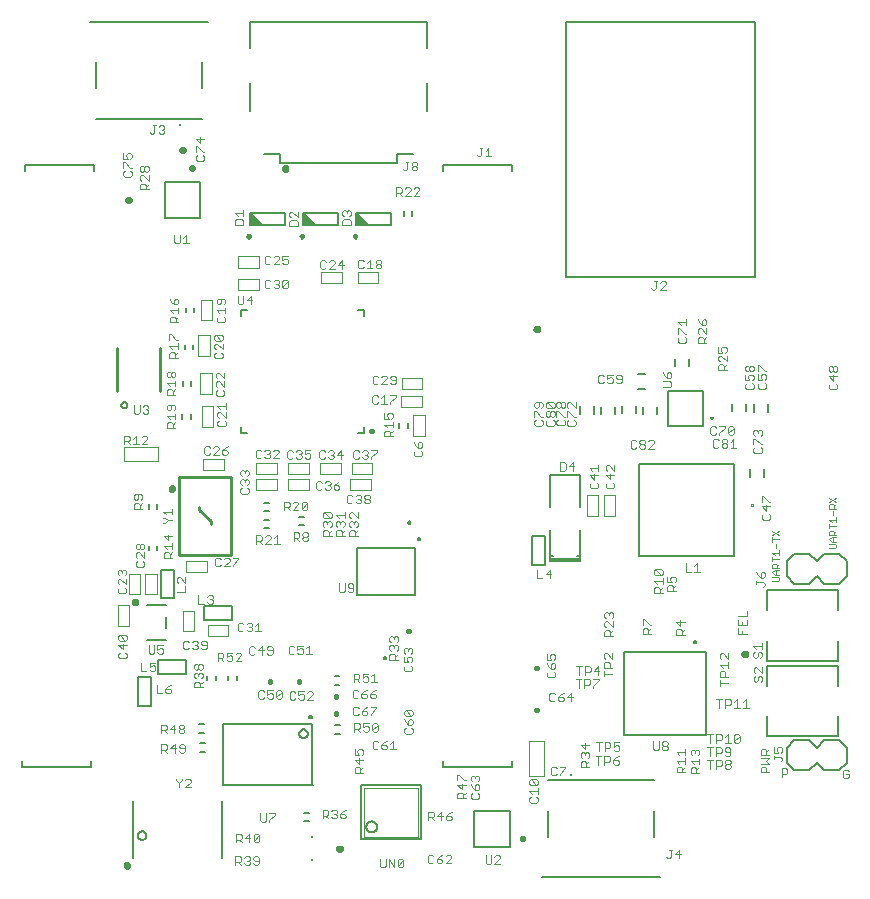
<source format=gbr>
G04 EAGLE Gerber RS-274X export*
G75*
%MOMM*%
%FSLAX34Y34*%
%LPD*%
%INSilkscreen Top*%
%IPPOS*%
%AMOC8*
5,1,8,0,0,1.08239X$1,22.5*%
G01*
%ADD10C,0.300000*%
%ADD11C,0.101600*%
%ADD12C,0.200000*%
%ADD13C,0.076200*%
%ADD14C,0.050800*%
%ADD15C,0.038100*%
%ADD16C,0.152400*%
%ADD17C,0.254000*%
%ADD18C,0.250000*%
%ADD19C,0.100000*%
%ADD20C,0.203200*%
%ADD21C,0.127000*%
%ADD22C,0.406400*%
%ADD23R,0.200000X0.200000*%
%ADD24C,0.558800*%
%ADD25C,0.050000*%


D10*
X241000Y600800D02*
X241002Y600877D01*
X241008Y600954D01*
X241018Y601031D01*
X241032Y601107D01*
X241049Y601182D01*
X241071Y601256D01*
X241096Y601329D01*
X241126Y601401D01*
X241158Y601471D01*
X241195Y601539D01*
X241234Y601605D01*
X241277Y601669D01*
X241324Y601731D01*
X241373Y601790D01*
X241426Y601847D01*
X241481Y601901D01*
X241539Y601952D01*
X241600Y602000D01*
X241663Y602045D01*
X241728Y602086D01*
X241795Y602124D01*
X241864Y602159D01*
X241935Y602189D01*
X242007Y602217D01*
X242081Y602240D01*
X242155Y602260D01*
X242231Y602276D01*
X242307Y602288D01*
X242384Y602296D01*
X242461Y602300D01*
X242539Y602300D01*
X242616Y602296D01*
X242693Y602288D01*
X242769Y602276D01*
X242845Y602260D01*
X242919Y602240D01*
X242993Y602217D01*
X243065Y602189D01*
X243136Y602159D01*
X243205Y602124D01*
X243272Y602086D01*
X243337Y602045D01*
X243400Y602000D01*
X243461Y601952D01*
X243519Y601901D01*
X243574Y601847D01*
X243627Y601790D01*
X243676Y601731D01*
X243723Y601669D01*
X243766Y601605D01*
X243805Y601539D01*
X243842Y601471D01*
X243874Y601401D01*
X243904Y601329D01*
X243929Y601256D01*
X243951Y601182D01*
X243968Y601107D01*
X243982Y601031D01*
X243992Y600954D01*
X243998Y600877D01*
X244000Y600800D01*
X243998Y600723D01*
X243992Y600646D01*
X243982Y600569D01*
X243968Y600493D01*
X243951Y600418D01*
X243929Y600344D01*
X243904Y600271D01*
X243874Y600199D01*
X243842Y600129D01*
X243805Y600061D01*
X243766Y599995D01*
X243723Y599931D01*
X243676Y599869D01*
X243627Y599810D01*
X243574Y599753D01*
X243519Y599699D01*
X243461Y599648D01*
X243400Y599600D01*
X243337Y599555D01*
X243272Y599514D01*
X243205Y599476D01*
X243136Y599441D01*
X243065Y599411D01*
X242993Y599383D01*
X242919Y599360D01*
X242845Y599340D01*
X242769Y599324D01*
X242693Y599312D01*
X242616Y599304D01*
X242539Y599300D01*
X242461Y599300D01*
X242384Y599304D01*
X242307Y599312D01*
X242231Y599324D01*
X242155Y599340D01*
X242081Y599360D01*
X242007Y599383D01*
X241935Y599411D01*
X241864Y599441D01*
X241795Y599476D01*
X241728Y599514D01*
X241663Y599555D01*
X241600Y599600D01*
X241539Y599648D01*
X241481Y599699D01*
X241426Y599753D01*
X241373Y599810D01*
X241324Y599869D01*
X241277Y599931D01*
X241234Y599995D01*
X241195Y600061D01*
X241158Y600129D01*
X241126Y600199D01*
X241096Y600271D01*
X241071Y600344D01*
X241049Y600418D01*
X241032Y600493D01*
X241018Y600569D01*
X241008Y600646D01*
X241002Y600723D01*
X241000Y600800D01*
D11*
X404308Y612594D02*
X405494Y611408D01*
X406681Y611408D01*
X407867Y612594D01*
X407867Y618526D01*
X406681Y618526D02*
X409053Y618526D01*
X411792Y616153D02*
X414165Y618526D01*
X414165Y611408D01*
X411792Y611408D02*
X416538Y611408D01*
D10*
X145000Y329800D02*
X145002Y329877D01*
X145008Y329954D01*
X145018Y330031D01*
X145032Y330107D01*
X145049Y330182D01*
X145071Y330256D01*
X145096Y330329D01*
X145126Y330401D01*
X145158Y330471D01*
X145195Y330539D01*
X145234Y330605D01*
X145277Y330669D01*
X145324Y330731D01*
X145373Y330790D01*
X145426Y330847D01*
X145481Y330901D01*
X145539Y330952D01*
X145600Y331000D01*
X145663Y331045D01*
X145728Y331086D01*
X145795Y331124D01*
X145864Y331159D01*
X145935Y331189D01*
X146007Y331217D01*
X146081Y331240D01*
X146155Y331260D01*
X146231Y331276D01*
X146307Y331288D01*
X146384Y331296D01*
X146461Y331300D01*
X146539Y331300D01*
X146616Y331296D01*
X146693Y331288D01*
X146769Y331276D01*
X146845Y331260D01*
X146919Y331240D01*
X146993Y331217D01*
X147065Y331189D01*
X147136Y331159D01*
X147205Y331124D01*
X147272Y331086D01*
X147337Y331045D01*
X147400Y331000D01*
X147461Y330952D01*
X147519Y330901D01*
X147574Y330847D01*
X147627Y330790D01*
X147676Y330731D01*
X147723Y330669D01*
X147766Y330605D01*
X147805Y330539D01*
X147842Y330471D01*
X147874Y330401D01*
X147904Y330329D01*
X147929Y330256D01*
X147951Y330182D01*
X147968Y330107D01*
X147982Y330031D01*
X147992Y329954D01*
X147998Y329877D01*
X148000Y329800D01*
X147998Y329723D01*
X147992Y329646D01*
X147982Y329569D01*
X147968Y329493D01*
X147951Y329418D01*
X147929Y329344D01*
X147904Y329271D01*
X147874Y329199D01*
X147842Y329129D01*
X147805Y329061D01*
X147766Y328995D01*
X147723Y328931D01*
X147676Y328869D01*
X147627Y328810D01*
X147574Y328753D01*
X147519Y328699D01*
X147461Y328648D01*
X147400Y328600D01*
X147337Y328555D01*
X147272Y328514D01*
X147205Y328476D01*
X147136Y328441D01*
X147065Y328411D01*
X146993Y328383D01*
X146919Y328360D01*
X146845Y328340D01*
X146769Y328324D01*
X146693Y328312D01*
X146616Y328304D01*
X146539Y328300D01*
X146461Y328300D01*
X146384Y328304D01*
X146307Y328312D01*
X146231Y328324D01*
X146155Y328340D01*
X146081Y328360D01*
X146007Y328383D01*
X145935Y328411D01*
X145864Y328441D01*
X145795Y328476D01*
X145728Y328514D01*
X145663Y328555D01*
X145600Y328600D01*
X145539Y328648D01*
X145481Y328699D01*
X145426Y328753D01*
X145373Y328810D01*
X145324Y328869D01*
X145277Y328931D01*
X145234Y328995D01*
X145195Y329061D01*
X145158Y329129D01*
X145126Y329199D01*
X145096Y329271D01*
X145071Y329344D01*
X145049Y329418D01*
X145032Y329493D01*
X145018Y329569D01*
X145008Y329646D01*
X145002Y329723D01*
X145000Y329800D01*
X114000Y233800D02*
X114002Y233877D01*
X114008Y233954D01*
X114018Y234031D01*
X114032Y234107D01*
X114049Y234182D01*
X114071Y234256D01*
X114096Y234329D01*
X114126Y234401D01*
X114158Y234471D01*
X114195Y234539D01*
X114234Y234605D01*
X114277Y234669D01*
X114324Y234731D01*
X114373Y234790D01*
X114426Y234847D01*
X114481Y234901D01*
X114539Y234952D01*
X114600Y235000D01*
X114663Y235045D01*
X114728Y235086D01*
X114795Y235124D01*
X114864Y235159D01*
X114935Y235189D01*
X115007Y235217D01*
X115081Y235240D01*
X115155Y235260D01*
X115231Y235276D01*
X115307Y235288D01*
X115384Y235296D01*
X115461Y235300D01*
X115539Y235300D01*
X115616Y235296D01*
X115693Y235288D01*
X115769Y235276D01*
X115845Y235260D01*
X115919Y235240D01*
X115993Y235217D01*
X116065Y235189D01*
X116136Y235159D01*
X116205Y235124D01*
X116272Y235086D01*
X116337Y235045D01*
X116400Y235000D01*
X116461Y234952D01*
X116519Y234901D01*
X116574Y234847D01*
X116627Y234790D01*
X116676Y234731D01*
X116723Y234669D01*
X116766Y234605D01*
X116805Y234539D01*
X116842Y234471D01*
X116874Y234401D01*
X116904Y234329D01*
X116929Y234256D01*
X116951Y234182D01*
X116968Y234107D01*
X116982Y234031D01*
X116992Y233954D01*
X116998Y233877D01*
X117000Y233800D01*
X116998Y233723D01*
X116992Y233646D01*
X116982Y233569D01*
X116968Y233493D01*
X116951Y233418D01*
X116929Y233344D01*
X116904Y233271D01*
X116874Y233199D01*
X116842Y233129D01*
X116805Y233061D01*
X116766Y232995D01*
X116723Y232931D01*
X116676Y232869D01*
X116627Y232810D01*
X116574Y232753D01*
X116519Y232699D01*
X116461Y232648D01*
X116400Y232600D01*
X116337Y232555D01*
X116272Y232514D01*
X116205Y232476D01*
X116136Y232441D01*
X116065Y232411D01*
X115993Y232383D01*
X115919Y232360D01*
X115845Y232340D01*
X115769Y232324D01*
X115693Y232312D01*
X115616Y232304D01*
X115539Y232300D01*
X115461Y232300D01*
X115384Y232304D01*
X115307Y232312D01*
X115231Y232324D01*
X115155Y232340D01*
X115081Y232360D01*
X115007Y232383D01*
X114935Y232411D01*
X114864Y232441D01*
X114795Y232476D01*
X114728Y232514D01*
X114663Y232555D01*
X114600Y232600D01*
X114539Y232648D01*
X114481Y232699D01*
X114426Y232753D01*
X114373Y232810D01*
X114324Y232869D01*
X114277Y232931D01*
X114234Y232995D01*
X114195Y233061D01*
X114158Y233129D01*
X114126Y233199D01*
X114096Y233271D01*
X114071Y233344D01*
X114049Y233418D01*
X114032Y233493D01*
X114018Y233569D01*
X114008Y233646D01*
X114002Y233723D01*
X114000Y233800D01*
X107000Y10800D02*
X107002Y10877D01*
X107008Y10954D01*
X107018Y11031D01*
X107032Y11107D01*
X107049Y11182D01*
X107071Y11256D01*
X107096Y11329D01*
X107126Y11401D01*
X107158Y11471D01*
X107195Y11539D01*
X107234Y11605D01*
X107277Y11669D01*
X107324Y11731D01*
X107373Y11790D01*
X107426Y11847D01*
X107481Y11901D01*
X107539Y11952D01*
X107600Y12000D01*
X107663Y12045D01*
X107728Y12086D01*
X107795Y12124D01*
X107864Y12159D01*
X107935Y12189D01*
X108007Y12217D01*
X108081Y12240D01*
X108155Y12260D01*
X108231Y12276D01*
X108307Y12288D01*
X108384Y12296D01*
X108461Y12300D01*
X108539Y12300D01*
X108616Y12296D01*
X108693Y12288D01*
X108769Y12276D01*
X108845Y12260D01*
X108919Y12240D01*
X108993Y12217D01*
X109065Y12189D01*
X109136Y12159D01*
X109205Y12124D01*
X109272Y12086D01*
X109337Y12045D01*
X109400Y12000D01*
X109461Y11952D01*
X109519Y11901D01*
X109574Y11847D01*
X109627Y11790D01*
X109676Y11731D01*
X109723Y11669D01*
X109766Y11605D01*
X109805Y11539D01*
X109842Y11471D01*
X109874Y11401D01*
X109904Y11329D01*
X109929Y11256D01*
X109951Y11182D01*
X109968Y11107D01*
X109982Y11031D01*
X109992Y10954D01*
X109998Y10877D01*
X110000Y10800D01*
X109998Y10723D01*
X109992Y10646D01*
X109982Y10569D01*
X109968Y10493D01*
X109951Y10418D01*
X109929Y10344D01*
X109904Y10271D01*
X109874Y10199D01*
X109842Y10129D01*
X109805Y10061D01*
X109766Y9995D01*
X109723Y9931D01*
X109676Y9869D01*
X109627Y9810D01*
X109574Y9753D01*
X109519Y9699D01*
X109461Y9648D01*
X109400Y9600D01*
X109337Y9555D01*
X109272Y9514D01*
X109205Y9476D01*
X109136Y9441D01*
X109065Y9411D01*
X108993Y9383D01*
X108919Y9360D01*
X108845Y9340D01*
X108769Y9324D01*
X108693Y9312D01*
X108616Y9304D01*
X108539Y9300D01*
X108461Y9300D01*
X108384Y9304D01*
X108307Y9312D01*
X108231Y9324D01*
X108155Y9340D01*
X108081Y9360D01*
X108007Y9383D01*
X107935Y9411D01*
X107864Y9441D01*
X107795Y9476D01*
X107728Y9514D01*
X107663Y9555D01*
X107600Y9600D01*
X107539Y9648D01*
X107481Y9699D01*
X107426Y9753D01*
X107373Y9810D01*
X107324Y9869D01*
X107277Y9931D01*
X107234Y9995D01*
X107195Y10061D01*
X107158Y10129D01*
X107126Y10199D01*
X107096Y10271D01*
X107071Y10344D01*
X107049Y10418D01*
X107032Y10493D01*
X107018Y10569D01*
X107008Y10646D01*
X107002Y10723D01*
X107000Y10800D01*
D12*
X262500Y136800D02*
X262502Y136863D01*
X262508Y136925D01*
X262518Y136987D01*
X262531Y137049D01*
X262549Y137109D01*
X262570Y137168D01*
X262595Y137226D01*
X262624Y137282D01*
X262656Y137336D01*
X262691Y137388D01*
X262729Y137437D01*
X262771Y137485D01*
X262815Y137529D01*
X262863Y137571D01*
X262912Y137609D01*
X262964Y137644D01*
X263018Y137676D01*
X263074Y137705D01*
X263132Y137730D01*
X263191Y137751D01*
X263251Y137769D01*
X263313Y137782D01*
X263375Y137792D01*
X263437Y137798D01*
X263500Y137800D01*
X263563Y137798D01*
X263625Y137792D01*
X263687Y137782D01*
X263749Y137769D01*
X263809Y137751D01*
X263868Y137730D01*
X263926Y137705D01*
X263982Y137676D01*
X264036Y137644D01*
X264088Y137609D01*
X264137Y137571D01*
X264185Y137529D01*
X264229Y137485D01*
X264271Y137437D01*
X264309Y137388D01*
X264344Y137336D01*
X264376Y137282D01*
X264405Y137226D01*
X264430Y137168D01*
X264451Y137109D01*
X264469Y137049D01*
X264482Y136987D01*
X264492Y136925D01*
X264498Y136863D01*
X264500Y136800D01*
X264498Y136737D01*
X264492Y136675D01*
X264482Y136613D01*
X264469Y136551D01*
X264451Y136491D01*
X264430Y136432D01*
X264405Y136374D01*
X264376Y136318D01*
X264344Y136264D01*
X264309Y136212D01*
X264271Y136163D01*
X264229Y136115D01*
X264185Y136071D01*
X264137Y136029D01*
X264088Y135991D01*
X264036Y135956D01*
X263982Y135924D01*
X263926Y135895D01*
X263868Y135870D01*
X263809Y135849D01*
X263749Y135831D01*
X263687Y135818D01*
X263625Y135808D01*
X263563Y135802D01*
X263500Y135800D01*
X263437Y135802D01*
X263375Y135808D01*
X263313Y135818D01*
X263251Y135831D01*
X263191Y135849D01*
X263132Y135870D01*
X263074Y135895D01*
X263018Y135924D01*
X262964Y135956D01*
X262912Y135991D01*
X262863Y136029D01*
X262815Y136071D01*
X262771Y136115D01*
X262729Y136163D01*
X262691Y136212D01*
X262656Y136264D01*
X262624Y136318D01*
X262595Y136374D01*
X262570Y136432D01*
X262549Y136491D01*
X262531Y136551D01*
X262518Y136613D01*
X262508Y136675D01*
X262502Y136737D01*
X262500Y136800D01*
D10*
X287000Y24800D02*
X287002Y24877D01*
X287008Y24954D01*
X287018Y25031D01*
X287032Y25107D01*
X287049Y25182D01*
X287071Y25256D01*
X287096Y25329D01*
X287126Y25401D01*
X287158Y25471D01*
X287195Y25539D01*
X287234Y25605D01*
X287277Y25669D01*
X287324Y25731D01*
X287373Y25790D01*
X287426Y25847D01*
X287481Y25901D01*
X287539Y25952D01*
X287600Y26000D01*
X287663Y26045D01*
X287728Y26086D01*
X287795Y26124D01*
X287864Y26159D01*
X287935Y26189D01*
X288007Y26217D01*
X288081Y26240D01*
X288155Y26260D01*
X288231Y26276D01*
X288307Y26288D01*
X288384Y26296D01*
X288461Y26300D01*
X288539Y26300D01*
X288616Y26296D01*
X288693Y26288D01*
X288769Y26276D01*
X288845Y26260D01*
X288919Y26240D01*
X288993Y26217D01*
X289065Y26189D01*
X289136Y26159D01*
X289205Y26124D01*
X289272Y26086D01*
X289337Y26045D01*
X289400Y26000D01*
X289461Y25952D01*
X289519Y25901D01*
X289574Y25847D01*
X289627Y25790D01*
X289676Y25731D01*
X289723Y25669D01*
X289766Y25605D01*
X289805Y25539D01*
X289842Y25471D01*
X289874Y25401D01*
X289904Y25329D01*
X289929Y25256D01*
X289951Y25182D01*
X289968Y25107D01*
X289982Y25031D01*
X289992Y24954D01*
X289998Y24877D01*
X290000Y24800D01*
X289998Y24723D01*
X289992Y24646D01*
X289982Y24569D01*
X289968Y24493D01*
X289951Y24418D01*
X289929Y24344D01*
X289904Y24271D01*
X289874Y24199D01*
X289842Y24129D01*
X289805Y24061D01*
X289766Y23995D01*
X289723Y23931D01*
X289676Y23869D01*
X289627Y23810D01*
X289574Y23753D01*
X289519Y23699D01*
X289461Y23648D01*
X289400Y23600D01*
X289337Y23555D01*
X289272Y23514D01*
X289205Y23476D01*
X289136Y23441D01*
X289065Y23411D01*
X288993Y23383D01*
X288919Y23360D01*
X288845Y23340D01*
X288769Y23324D01*
X288693Y23312D01*
X288616Y23304D01*
X288539Y23300D01*
X288461Y23300D01*
X288384Y23304D01*
X288307Y23312D01*
X288231Y23324D01*
X288155Y23340D01*
X288081Y23360D01*
X288007Y23383D01*
X287935Y23411D01*
X287864Y23441D01*
X287795Y23476D01*
X287728Y23514D01*
X287663Y23555D01*
X287600Y23600D01*
X287539Y23648D01*
X287481Y23699D01*
X287426Y23753D01*
X287373Y23810D01*
X287324Y23869D01*
X287277Y23931D01*
X287234Y23995D01*
X287195Y24061D01*
X287158Y24129D01*
X287126Y24199D01*
X287096Y24271D01*
X287071Y24344D01*
X287049Y24418D01*
X287032Y24493D01*
X287018Y24569D01*
X287008Y24646D01*
X287002Y24723D01*
X287000Y24800D01*
D12*
X325500Y186800D02*
X325502Y186863D01*
X325508Y186925D01*
X325518Y186987D01*
X325531Y187049D01*
X325549Y187109D01*
X325570Y187168D01*
X325595Y187226D01*
X325624Y187282D01*
X325656Y187336D01*
X325691Y187388D01*
X325729Y187437D01*
X325771Y187485D01*
X325815Y187529D01*
X325863Y187571D01*
X325912Y187609D01*
X325964Y187644D01*
X326018Y187676D01*
X326074Y187705D01*
X326132Y187730D01*
X326191Y187751D01*
X326251Y187769D01*
X326313Y187782D01*
X326375Y187792D01*
X326437Y187798D01*
X326500Y187800D01*
X326563Y187798D01*
X326625Y187792D01*
X326687Y187782D01*
X326749Y187769D01*
X326809Y187751D01*
X326868Y187730D01*
X326926Y187705D01*
X326982Y187676D01*
X327036Y187644D01*
X327088Y187609D01*
X327137Y187571D01*
X327185Y187529D01*
X327229Y187485D01*
X327271Y187437D01*
X327309Y187388D01*
X327344Y187336D01*
X327376Y187282D01*
X327405Y187226D01*
X327430Y187168D01*
X327451Y187109D01*
X327469Y187049D01*
X327482Y186987D01*
X327492Y186925D01*
X327498Y186863D01*
X327500Y186800D01*
X327498Y186737D01*
X327492Y186675D01*
X327482Y186613D01*
X327469Y186551D01*
X327451Y186491D01*
X327430Y186432D01*
X327405Y186374D01*
X327376Y186318D01*
X327344Y186264D01*
X327309Y186212D01*
X327271Y186163D01*
X327229Y186115D01*
X327185Y186071D01*
X327137Y186029D01*
X327088Y185991D01*
X327036Y185956D01*
X326982Y185924D01*
X326926Y185895D01*
X326868Y185870D01*
X326809Y185849D01*
X326749Y185831D01*
X326687Y185818D01*
X326625Y185808D01*
X326563Y185802D01*
X326500Y185800D01*
X326437Y185802D01*
X326375Y185808D01*
X326313Y185818D01*
X326251Y185831D01*
X326191Y185849D01*
X326132Y185870D01*
X326074Y185895D01*
X326018Y185924D01*
X325964Y185956D01*
X325912Y185991D01*
X325863Y186029D01*
X325815Y186071D01*
X325771Y186115D01*
X325729Y186163D01*
X325691Y186212D01*
X325656Y186264D01*
X325624Y186318D01*
X325595Y186374D01*
X325570Y186432D01*
X325549Y186491D01*
X325531Y186551D01*
X325518Y186613D01*
X325508Y186675D01*
X325502Y186737D01*
X325500Y186800D01*
D10*
X630000Y189800D02*
X630002Y189877D01*
X630008Y189954D01*
X630018Y190031D01*
X630032Y190107D01*
X630049Y190182D01*
X630071Y190256D01*
X630096Y190329D01*
X630126Y190401D01*
X630158Y190471D01*
X630195Y190539D01*
X630234Y190605D01*
X630277Y190669D01*
X630324Y190731D01*
X630373Y190790D01*
X630426Y190847D01*
X630481Y190901D01*
X630539Y190952D01*
X630600Y191000D01*
X630663Y191045D01*
X630728Y191086D01*
X630795Y191124D01*
X630864Y191159D01*
X630935Y191189D01*
X631007Y191217D01*
X631081Y191240D01*
X631155Y191260D01*
X631231Y191276D01*
X631307Y191288D01*
X631384Y191296D01*
X631461Y191300D01*
X631539Y191300D01*
X631616Y191296D01*
X631693Y191288D01*
X631769Y191276D01*
X631845Y191260D01*
X631919Y191240D01*
X631993Y191217D01*
X632065Y191189D01*
X632136Y191159D01*
X632205Y191124D01*
X632272Y191086D01*
X632337Y191045D01*
X632400Y191000D01*
X632461Y190952D01*
X632519Y190901D01*
X632574Y190847D01*
X632627Y190790D01*
X632676Y190731D01*
X632723Y190669D01*
X632766Y190605D01*
X632805Y190539D01*
X632842Y190471D01*
X632874Y190401D01*
X632904Y190329D01*
X632929Y190256D01*
X632951Y190182D01*
X632968Y190107D01*
X632982Y190031D01*
X632992Y189954D01*
X632998Y189877D01*
X633000Y189800D01*
X632998Y189723D01*
X632992Y189646D01*
X632982Y189569D01*
X632968Y189493D01*
X632951Y189418D01*
X632929Y189344D01*
X632904Y189271D01*
X632874Y189199D01*
X632842Y189129D01*
X632805Y189061D01*
X632766Y188995D01*
X632723Y188931D01*
X632676Y188869D01*
X632627Y188810D01*
X632574Y188753D01*
X632519Y188699D01*
X632461Y188648D01*
X632400Y188600D01*
X632337Y188555D01*
X632272Y188514D01*
X632205Y188476D01*
X632136Y188441D01*
X632065Y188411D01*
X631993Y188383D01*
X631919Y188360D01*
X631845Y188340D01*
X631769Y188324D01*
X631693Y188312D01*
X631616Y188304D01*
X631539Y188300D01*
X631461Y188300D01*
X631384Y188304D01*
X631307Y188312D01*
X631231Y188324D01*
X631155Y188340D01*
X631081Y188360D01*
X631007Y188383D01*
X630935Y188411D01*
X630864Y188441D01*
X630795Y188476D01*
X630728Y188514D01*
X630663Y188555D01*
X630600Y188600D01*
X630539Y188648D01*
X630481Y188699D01*
X630426Y188753D01*
X630373Y188810D01*
X630324Y188869D01*
X630277Y188931D01*
X630234Y188995D01*
X630195Y189061D01*
X630158Y189129D01*
X630126Y189199D01*
X630096Y189271D01*
X630071Y189344D01*
X630049Y189418D01*
X630032Y189493D01*
X630018Y189569D01*
X630008Y189646D01*
X630002Y189723D01*
X630000Y189800D01*
X454000Y464800D02*
X454002Y464877D01*
X454008Y464954D01*
X454018Y465031D01*
X454032Y465107D01*
X454049Y465182D01*
X454071Y465256D01*
X454096Y465329D01*
X454126Y465401D01*
X454158Y465471D01*
X454195Y465539D01*
X454234Y465605D01*
X454277Y465669D01*
X454324Y465731D01*
X454373Y465790D01*
X454426Y465847D01*
X454481Y465901D01*
X454539Y465952D01*
X454600Y466000D01*
X454663Y466045D01*
X454728Y466086D01*
X454795Y466124D01*
X454864Y466159D01*
X454935Y466189D01*
X455007Y466217D01*
X455081Y466240D01*
X455155Y466260D01*
X455231Y466276D01*
X455307Y466288D01*
X455384Y466296D01*
X455461Y466300D01*
X455539Y466300D01*
X455616Y466296D01*
X455693Y466288D01*
X455769Y466276D01*
X455845Y466260D01*
X455919Y466240D01*
X455993Y466217D01*
X456065Y466189D01*
X456136Y466159D01*
X456205Y466124D01*
X456272Y466086D01*
X456337Y466045D01*
X456400Y466000D01*
X456461Y465952D01*
X456519Y465901D01*
X456574Y465847D01*
X456627Y465790D01*
X456676Y465731D01*
X456723Y465669D01*
X456766Y465605D01*
X456805Y465539D01*
X456842Y465471D01*
X456874Y465401D01*
X456904Y465329D01*
X456929Y465256D01*
X456951Y465182D01*
X456968Y465107D01*
X456982Y465031D01*
X456992Y464954D01*
X456998Y464877D01*
X457000Y464800D01*
X456998Y464723D01*
X456992Y464646D01*
X456982Y464569D01*
X456968Y464493D01*
X456951Y464418D01*
X456929Y464344D01*
X456904Y464271D01*
X456874Y464199D01*
X456842Y464129D01*
X456805Y464061D01*
X456766Y463995D01*
X456723Y463931D01*
X456676Y463869D01*
X456627Y463810D01*
X456574Y463753D01*
X456519Y463699D01*
X456461Y463648D01*
X456400Y463600D01*
X456337Y463555D01*
X456272Y463514D01*
X456205Y463476D01*
X456136Y463441D01*
X456065Y463411D01*
X455993Y463383D01*
X455919Y463360D01*
X455845Y463340D01*
X455769Y463324D01*
X455693Y463312D01*
X455616Y463304D01*
X455539Y463300D01*
X455461Y463300D01*
X455384Y463304D01*
X455307Y463312D01*
X455231Y463324D01*
X455155Y463340D01*
X455081Y463360D01*
X455007Y463383D01*
X454935Y463411D01*
X454864Y463441D01*
X454795Y463476D01*
X454728Y463514D01*
X454663Y463555D01*
X454600Y463600D01*
X454539Y463648D01*
X454481Y463699D01*
X454426Y463753D01*
X454373Y463810D01*
X454324Y463869D01*
X454277Y463931D01*
X454234Y463995D01*
X454195Y464061D01*
X454158Y464129D01*
X454126Y464199D01*
X454096Y464271D01*
X454071Y464344D01*
X454049Y464418D01*
X454032Y464493D01*
X454018Y464569D01*
X454008Y464646D01*
X454002Y464723D01*
X454000Y464800D01*
D12*
X354450Y287490D02*
X354452Y287553D01*
X354458Y287615D01*
X354468Y287677D01*
X354481Y287739D01*
X354499Y287799D01*
X354520Y287858D01*
X354545Y287916D01*
X354574Y287972D01*
X354606Y288026D01*
X354641Y288078D01*
X354679Y288127D01*
X354721Y288175D01*
X354765Y288219D01*
X354813Y288261D01*
X354862Y288299D01*
X354914Y288334D01*
X354968Y288366D01*
X355024Y288395D01*
X355082Y288420D01*
X355141Y288441D01*
X355201Y288459D01*
X355263Y288472D01*
X355325Y288482D01*
X355387Y288488D01*
X355450Y288490D01*
X355513Y288488D01*
X355575Y288482D01*
X355637Y288472D01*
X355699Y288459D01*
X355759Y288441D01*
X355818Y288420D01*
X355876Y288395D01*
X355932Y288366D01*
X355986Y288334D01*
X356038Y288299D01*
X356087Y288261D01*
X356135Y288219D01*
X356179Y288175D01*
X356221Y288127D01*
X356259Y288078D01*
X356294Y288026D01*
X356326Y287972D01*
X356355Y287916D01*
X356380Y287858D01*
X356401Y287799D01*
X356419Y287739D01*
X356432Y287677D01*
X356442Y287615D01*
X356448Y287553D01*
X356450Y287490D01*
X356448Y287427D01*
X356442Y287365D01*
X356432Y287303D01*
X356419Y287241D01*
X356401Y287181D01*
X356380Y287122D01*
X356355Y287064D01*
X356326Y287008D01*
X356294Y286954D01*
X356259Y286902D01*
X356221Y286853D01*
X356179Y286805D01*
X356135Y286761D01*
X356087Y286719D01*
X356038Y286681D01*
X355986Y286646D01*
X355932Y286614D01*
X355876Y286585D01*
X355818Y286560D01*
X355759Y286539D01*
X355699Y286521D01*
X355637Y286508D01*
X355575Y286498D01*
X355513Y286492D01*
X355450Y286490D01*
X355387Y286492D01*
X355325Y286498D01*
X355263Y286508D01*
X355201Y286521D01*
X355141Y286539D01*
X355082Y286560D01*
X355024Y286585D01*
X354968Y286614D01*
X354914Y286646D01*
X354862Y286681D01*
X354813Y286719D01*
X354765Y286761D01*
X354721Y286805D01*
X354679Y286853D01*
X354641Y286902D01*
X354606Y286954D01*
X354574Y287008D01*
X354545Y287064D01*
X354520Y287122D01*
X354499Y287181D01*
X354481Y287241D01*
X354468Y287303D01*
X354458Y287365D01*
X354452Y287427D01*
X354450Y287490D01*
D13*
X490638Y179853D02*
X490638Y172481D01*
X488181Y179853D02*
X493096Y179853D01*
X495665Y179853D02*
X495665Y172481D01*
X495665Y179853D02*
X499351Y179853D01*
X500580Y178625D01*
X500580Y176167D01*
X499351Y174938D01*
X495665Y174938D01*
X506835Y172481D02*
X506835Y179853D01*
X503149Y176167D01*
X508064Y176167D01*
X490438Y169153D02*
X490438Y161781D01*
X487981Y169153D02*
X492896Y169153D01*
X495465Y169153D02*
X495465Y161781D01*
X495465Y169153D02*
X499151Y169153D01*
X500380Y167925D01*
X500380Y165467D01*
X499151Y164238D01*
X495465Y164238D01*
X502949Y169153D02*
X507864Y169153D01*
X507864Y167925D01*
X502949Y163010D01*
X502949Y161781D01*
X511747Y173638D02*
X519119Y173638D01*
X511747Y171181D02*
X511747Y176096D01*
X511747Y178665D02*
X519119Y178665D01*
X511747Y178665D02*
X511747Y182351D01*
X512975Y183580D01*
X515433Y183580D01*
X516662Y182351D01*
X516662Y178665D01*
X519119Y186149D02*
X519119Y191064D01*
X519119Y186149D02*
X514204Y191064D01*
X512975Y191064D01*
X511747Y189835D01*
X511747Y187378D01*
X512975Y186149D01*
X609887Y165918D02*
X617259Y165918D01*
X609887Y163461D02*
X609887Y168376D01*
X609887Y170945D02*
X617259Y170945D01*
X609887Y170945D02*
X609887Y174631D01*
X611115Y175860D01*
X613573Y175860D01*
X614802Y174631D01*
X614802Y170945D01*
X612344Y178429D02*
X609887Y180887D01*
X617259Y180887D01*
X617259Y183344D02*
X617259Y178429D01*
X617259Y185913D02*
X617259Y190828D01*
X617259Y185913D02*
X612344Y190828D01*
X611115Y190828D01*
X609887Y189600D01*
X609887Y187142D01*
X611115Y185913D01*
X609548Y152033D02*
X609548Y144661D01*
X607091Y152033D02*
X612006Y152033D01*
X614575Y152033D02*
X614575Y144661D01*
X614575Y152033D02*
X618261Y152033D01*
X619490Y150805D01*
X619490Y148347D01*
X618261Y147118D01*
X614575Y147118D01*
X622059Y149576D02*
X624517Y152033D01*
X624517Y144661D01*
X626974Y144661D02*
X622059Y144661D01*
X629543Y149576D02*
X632001Y152033D01*
X632001Y144661D01*
X634458Y144661D02*
X629543Y144661D01*
X602038Y122253D02*
X602038Y114881D01*
X599581Y122253D02*
X604496Y122253D01*
X607065Y122253D02*
X607065Y114881D01*
X607065Y122253D02*
X610751Y122253D01*
X611980Y121025D01*
X611980Y118567D01*
X610751Y117338D01*
X607065Y117338D01*
X614549Y119796D02*
X617007Y122253D01*
X617007Y114881D01*
X619464Y114881D02*
X614549Y114881D01*
X622033Y116110D02*
X622033Y121025D01*
X623262Y122253D01*
X625720Y122253D01*
X626948Y121025D01*
X626948Y116110D01*
X625720Y114881D01*
X623262Y114881D01*
X622033Y116110D01*
X626948Y121025D01*
X601638Y111153D02*
X601638Y103781D01*
X599181Y111153D02*
X604096Y111153D01*
X606665Y111153D02*
X606665Y103781D01*
X606665Y111153D02*
X610351Y111153D01*
X611580Y109925D01*
X611580Y107467D01*
X610351Y106238D01*
X606665Y106238D01*
X614149Y105010D02*
X615378Y103781D01*
X617835Y103781D01*
X619064Y105010D01*
X619064Y109925D01*
X617835Y111153D01*
X615378Y111153D01*
X614149Y109925D01*
X614149Y108696D01*
X615378Y107467D01*
X619064Y107467D01*
X601938Y100453D02*
X601938Y93081D01*
X599481Y100453D02*
X604396Y100453D01*
X606965Y100453D02*
X606965Y93081D01*
X606965Y100453D02*
X610651Y100453D01*
X611880Y99225D01*
X611880Y96767D01*
X610651Y95538D01*
X606965Y95538D01*
X614449Y99225D02*
X615678Y100453D01*
X618135Y100453D01*
X619364Y99225D01*
X619364Y97996D01*
X618135Y96767D01*
X619364Y95538D01*
X619364Y94310D01*
X618135Y93081D01*
X615678Y93081D01*
X614449Y94310D01*
X614449Y95538D01*
X615678Y96767D01*
X614449Y97996D01*
X614449Y99225D01*
X615678Y96767D02*
X618135Y96767D01*
X507538Y108081D02*
X507538Y115453D01*
X505081Y115453D02*
X509996Y115453D01*
X512565Y115453D02*
X512565Y108081D01*
X512565Y115453D02*
X516251Y115453D01*
X517480Y114225D01*
X517480Y111767D01*
X516251Y110538D01*
X512565Y110538D01*
X520049Y115453D02*
X524964Y115453D01*
X520049Y115453D02*
X520049Y111767D01*
X522507Y112996D01*
X523735Y112996D01*
X524964Y111767D01*
X524964Y109310D01*
X523735Y108081D01*
X521278Y108081D01*
X520049Y109310D01*
X507338Y103953D02*
X507338Y96581D01*
X504881Y103953D02*
X509796Y103953D01*
X512365Y103953D02*
X512365Y96581D01*
X512365Y103953D02*
X516051Y103953D01*
X517280Y102725D01*
X517280Y100267D01*
X516051Y99038D01*
X512365Y99038D01*
X522307Y102725D02*
X524764Y103953D01*
X522307Y102725D02*
X519849Y100267D01*
X519849Y97810D01*
X521078Y96581D01*
X523535Y96581D01*
X524764Y97810D01*
X524764Y99038D01*
X523535Y100267D01*
X519849Y100267D01*
X644627Y89851D02*
X651999Y89851D01*
X644627Y89851D02*
X644627Y93537D01*
X645855Y94766D01*
X648313Y94766D01*
X649542Y93537D01*
X649542Y89851D01*
X651999Y97335D02*
X644627Y97335D01*
X649542Y99793D02*
X651999Y97335D01*
X649542Y99793D02*
X651999Y102250D01*
X644627Y102250D01*
X644627Y104819D02*
X651999Y104819D01*
X644627Y104819D02*
X644627Y108505D01*
X645855Y109734D01*
X648313Y109734D01*
X649542Y108505D01*
X649542Y104819D01*
X649542Y107277D02*
X651999Y109734D01*
D14*
X654553Y251714D02*
X659214Y251714D01*
X660146Y252646D01*
X660146Y254510D01*
X659214Y255443D01*
X654553Y255443D01*
X656418Y257327D02*
X660146Y257327D01*
X656418Y257327D02*
X654553Y259191D01*
X656418Y261056D01*
X660146Y261056D01*
X657350Y261056D02*
X657350Y257327D01*
X660146Y262940D02*
X654553Y262940D01*
X654553Y265737D01*
X655485Y266669D01*
X657350Y266669D01*
X658282Y265737D01*
X658282Y262940D01*
X658282Y264804D02*
X660146Y266669D01*
X660146Y270418D02*
X654553Y270418D01*
X654553Y272282D02*
X654553Y268553D01*
X656418Y274166D02*
X654553Y276031D01*
X660146Y276031D01*
X660146Y277895D02*
X660146Y274166D01*
X657350Y279779D02*
X657350Y283508D01*
X660146Y287257D02*
X654553Y287257D01*
X654553Y285393D02*
X654553Y289121D01*
X654553Y291006D02*
X660146Y294734D01*
X660146Y291006D02*
X654553Y294734D01*
X702813Y279654D02*
X707474Y279654D01*
X708406Y280586D01*
X708406Y282450D01*
X707474Y283383D01*
X702813Y283383D01*
X704678Y285267D02*
X708406Y285267D01*
X704678Y285267D02*
X702813Y287131D01*
X704678Y288996D01*
X708406Y288996D01*
X705610Y288996D02*
X705610Y285267D01*
X708406Y290880D02*
X702813Y290880D01*
X702813Y293677D01*
X703745Y294609D01*
X705610Y294609D01*
X706542Y293677D01*
X706542Y290880D01*
X706542Y292744D02*
X708406Y294609D01*
X708406Y298358D02*
X702813Y298358D01*
X702813Y300222D02*
X702813Y296493D01*
X704678Y302106D02*
X702813Y303971D01*
X708406Y303971D01*
X708406Y305835D02*
X708406Y302106D01*
X705610Y307719D02*
X705610Y311448D01*
X708406Y313333D02*
X702813Y313333D01*
X702813Y316129D01*
X703745Y317061D01*
X705610Y317061D01*
X706542Y316129D01*
X706542Y313333D01*
X706542Y315197D02*
X708406Y317061D01*
X708406Y322674D02*
X702813Y318946D01*
X702813Y322674D02*
X708406Y318946D01*
D13*
X632909Y206961D02*
X625537Y206961D01*
X625537Y211876D01*
X629223Y209418D02*
X629223Y206961D01*
X625537Y214445D02*
X625537Y219360D01*
X625537Y214445D02*
X632909Y214445D01*
X632909Y219360D01*
X629223Y216903D02*
X629223Y214445D01*
X625537Y221929D02*
X632909Y221929D01*
X632909Y226844D01*
X662381Y93253D02*
X662381Y85881D01*
X662381Y93253D02*
X666067Y93253D01*
X667296Y92025D01*
X667296Y89567D01*
X666067Y88338D01*
X662381Y88338D01*
X718067Y92253D02*
X719296Y91025D01*
X718067Y92253D02*
X715610Y92253D01*
X714381Y91025D01*
X714381Y86110D01*
X715610Y84881D01*
X718067Y84881D01*
X719296Y86110D01*
X719296Y88567D01*
X716838Y88567D01*
D11*
X471791Y93721D02*
X470604Y94907D01*
X468232Y94907D01*
X467045Y93721D01*
X467045Y88976D01*
X468232Y87789D01*
X470604Y87789D01*
X471791Y88976D01*
X474529Y94907D02*
X479275Y94907D01*
X479275Y93721D01*
X474529Y88976D01*
X474529Y87789D01*
D15*
X460840Y87119D02*
X460840Y116583D01*
X460840Y87119D02*
X448648Y87119D01*
X448648Y116583D01*
X460840Y116583D01*
D11*
X450001Y69083D02*
X448814Y67897D01*
X448814Y65524D01*
X450001Y64338D01*
X454746Y64338D01*
X455933Y65524D01*
X455933Y67897D01*
X454746Y69083D01*
X451187Y71822D02*
X448814Y74194D01*
X455933Y74194D01*
X455933Y71822D02*
X455933Y76567D01*
X454746Y79306D02*
X450001Y79306D01*
X448814Y80492D01*
X448814Y82865D01*
X450001Y84051D01*
X454746Y84051D01*
X455933Y82865D01*
X455933Y80492D01*
X454746Y79306D01*
X450001Y84051D01*
D15*
X134788Y353490D02*
X105324Y353490D01*
X105324Y365682D01*
X134788Y365682D01*
X134788Y353490D01*
D11*
X105722Y367840D02*
X105722Y374958D01*
X109281Y374958D01*
X110467Y373772D01*
X110467Y371399D01*
X109281Y370213D01*
X105722Y370213D01*
X108095Y370213D02*
X110467Y367840D01*
X113206Y372585D02*
X115579Y374958D01*
X115579Y367840D01*
X113206Y367840D02*
X117952Y367840D01*
X120690Y367840D02*
X125436Y367840D01*
X125436Y372585D02*
X120690Y367840D01*
X125436Y372585D02*
X125436Y373772D01*
X124249Y374958D01*
X121877Y374958D01*
X120690Y373772D01*
D16*
X103286Y400968D02*
X103288Y401068D01*
X103294Y401169D01*
X103304Y401268D01*
X103318Y401368D01*
X103335Y401467D01*
X103357Y401565D01*
X103383Y401662D01*
X103412Y401758D01*
X103445Y401852D01*
X103482Y401946D01*
X103522Y402038D01*
X103566Y402128D01*
X103614Y402216D01*
X103665Y402303D01*
X103719Y402387D01*
X103777Y402469D01*
X103838Y402549D01*
X103902Y402626D01*
X103969Y402701D01*
X104039Y402773D01*
X104112Y402842D01*
X104187Y402908D01*
X104265Y402972D01*
X104345Y403032D01*
X104428Y403089D01*
X104513Y403142D01*
X104600Y403192D01*
X104689Y403239D01*
X104779Y403282D01*
X104871Y403322D01*
X104965Y403358D01*
X105060Y403390D01*
X105156Y403418D01*
X105254Y403443D01*
X105352Y403463D01*
X105451Y403480D01*
X105551Y403493D01*
X105650Y403502D01*
X105751Y403507D01*
X105851Y403508D01*
X105951Y403505D01*
X106052Y403498D01*
X106151Y403487D01*
X106251Y403472D01*
X106349Y403454D01*
X106447Y403431D01*
X106544Y403404D01*
X106639Y403374D01*
X106734Y403340D01*
X106827Y403302D01*
X106918Y403261D01*
X107008Y403216D01*
X107096Y403168D01*
X107182Y403116D01*
X107266Y403061D01*
X107347Y403002D01*
X107426Y402940D01*
X107503Y402876D01*
X107577Y402808D01*
X107648Y402737D01*
X107717Y402664D01*
X107782Y402588D01*
X107845Y402509D01*
X107904Y402428D01*
X107960Y402345D01*
X108013Y402260D01*
X108062Y402172D01*
X108108Y402083D01*
X108150Y401992D01*
X108189Y401899D01*
X108224Y401805D01*
X108255Y401710D01*
X108283Y401613D01*
X108306Y401516D01*
X108326Y401417D01*
X108342Y401318D01*
X108354Y401219D01*
X108362Y401118D01*
X108366Y401018D01*
X108366Y400918D01*
X108362Y400818D01*
X108354Y400717D01*
X108342Y400618D01*
X108326Y400519D01*
X108306Y400420D01*
X108283Y400323D01*
X108255Y400226D01*
X108224Y400131D01*
X108189Y400037D01*
X108150Y399944D01*
X108108Y399853D01*
X108062Y399764D01*
X108013Y399676D01*
X107960Y399591D01*
X107904Y399508D01*
X107845Y399427D01*
X107782Y399348D01*
X107717Y399272D01*
X107648Y399199D01*
X107577Y399128D01*
X107503Y399060D01*
X107426Y398996D01*
X107347Y398934D01*
X107266Y398875D01*
X107182Y398820D01*
X107096Y398768D01*
X107008Y398720D01*
X106918Y398675D01*
X106827Y398634D01*
X106734Y398596D01*
X106639Y398562D01*
X106544Y398532D01*
X106447Y398505D01*
X106349Y398482D01*
X106251Y398464D01*
X106151Y398449D01*
X106052Y398438D01*
X105951Y398431D01*
X105851Y398428D01*
X105751Y398429D01*
X105650Y398434D01*
X105551Y398443D01*
X105451Y398456D01*
X105352Y398473D01*
X105254Y398493D01*
X105156Y398518D01*
X105060Y398546D01*
X104965Y398578D01*
X104871Y398614D01*
X104779Y398654D01*
X104689Y398697D01*
X104600Y398744D01*
X104513Y398794D01*
X104428Y398847D01*
X104345Y398904D01*
X104265Y398964D01*
X104187Y399028D01*
X104112Y399094D01*
X104039Y399163D01*
X103969Y399235D01*
X103902Y399310D01*
X103838Y399387D01*
X103777Y399467D01*
X103719Y399549D01*
X103665Y399633D01*
X103614Y399720D01*
X103566Y399808D01*
X103522Y399898D01*
X103482Y399990D01*
X103445Y400084D01*
X103412Y400178D01*
X103383Y400274D01*
X103357Y400371D01*
X103335Y400469D01*
X103318Y400568D01*
X103304Y400668D01*
X103294Y400767D01*
X103288Y400868D01*
X103286Y400968D01*
D17*
X136498Y412794D02*
X136498Y448862D01*
X99414Y448862D02*
X99414Y412794D01*
D11*
X114070Y400802D02*
X114070Y394870D01*
X115256Y393684D01*
X117629Y393684D01*
X118815Y394870D01*
X118815Y400802D01*
X121554Y399616D02*
X122741Y400802D01*
X125113Y400802D01*
X126300Y399616D01*
X126300Y398429D01*
X125113Y397243D01*
X123927Y397243D01*
X125113Y397243D02*
X126300Y396057D01*
X126300Y394870D01*
X125113Y393684D01*
X122741Y393684D01*
X121554Y394870D01*
D16*
X18920Y99810D02*
X18920Y94730D01*
X72260Y94730D01*
X77340Y94730D01*
X77340Y99810D01*
X375790Y99810D02*
X375790Y94730D01*
X429130Y94730D01*
X434210Y94730D01*
X434210Y99810D01*
X79880Y598920D02*
X79880Y604000D01*
X26540Y604000D01*
X21460Y604000D01*
X21460Y598920D01*
X434210Y598920D02*
X434210Y604000D01*
X380870Y604000D01*
X375790Y604000D01*
X375790Y598920D01*
D18*
X313806Y378996D02*
X313808Y379066D01*
X313814Y379136D01*
X313824Y379205D01*
X313837Y379274D01*
X313855Y379342D01*
X313876Y379409D01*
X313901Y379474D01*
X313930Y379538D01*
X313962Y379601D01*
X313998Y379661D01*
X314037Y379719D01*
X314079Y379775D01*
X314124Y379829D01*
X314172Y379880D01*
X314223Y379928D01*
X314277Y379973D01*
X314333Y380015D01*
X314391Y380054D01*
X314451Y380090D01*
X314514Y380122D01*
X314578Y380151D01*
X314643Y380176D01*
X314710Y380197D01*
X314778Y380215D01*
X314847Y380228D01*
X314916Y380238D01*
X314986Y380244D01*
X315056Y380246D01*
X315126Y380244D01*
X315196Y380238D01*
X315265Y380228D01*
X315334Y380215D01*
X315402Y380197D01*
X315469Y380176D01*
X315534Y380151D01*
X315598Y380122D01*
X315661Y380090D01*
X315721Y380054D01*
X315779Y380015D01*
X315835Y379973D01*
X315889Y379928D01*
X315940Y379880D01*
X315988Y379829D01*
X316033Y379775D01*
X316075Y379719D01*
X316114Y379661D01*
X316150Y379601D01*
X316182Y379538D01*
X316211Y379474D01*
X316236Y379409D01*
X316257Y379342D01*
X316275Y379274D01*
X316288Y379205D01*
X316298Y379136D01*
X316304Y379066D01*
X316306Y378996D01*
X316304Y378926D01*
X316298Y378856D01*
X316288Y378787D01*
X316275Y378718D01*
X316257Y378650D01*
X316236Y378583D01*
X316211Y378518D01*
X316182Y378454D01*
X316150Y378391D01*
X316114Y378331D01*
X316075Y378273D01*
X316033Y378217D01*
X315988Y378163D01*
X315940Y378112D01*
X315889Y378064D01*
X315835Y378019D01*
X315779Y377977D01*
X315721Y377938D01*
X315661Y377902D01*
X315598Y377870D01*
X315534Y377841D01*
X315469Y377816D01*
X315402Y377795D01*
X315334Y377777D01*
X315265Y377764D01*
X315196Y377754D01*
X315126Y377748D01*
X315056Y377746D01*
X314986Y377748D01*
X314916Y377754D01*
X314847Y377764D01*
X314778Y377777D01*
X314710Y377795D01*
X314643Y377816D01*
X314578Y377841D01*
X314514Y377870D01*
X314451Y377902D01*
X314391Y377938D01*
X314333Y377977D01*
X314277Y378019D01*
X314223Y378064D01*
X314172Y378112D01*
X314124Y378163D01*
X314079Y378217D01*
X314037Y378273D01*
X313998Y378331D01*
X313962Y378391D01*
X313930Y378454D01*
X313901Y378518D01*
X313876Y378583D01*
X313855Y378650D01*
X313837Y378718D01*
X313824Y378787D01*
X313814Y378856D01*
X313808Y378926D01*
X313806Y378996D01*
D12*
X209556Y481496D02*
X204556Y481496D01*
X308556Y382496D02*
X308556Y377496D01*
X308556Y476496D02*
X308556Y481496D01*
X204556Y481496D02*
X204556Y476496D01*
X204556Y382496D02*
X204556Y377496D01*
X209556Y377496D01*
X303556Y377496D02*
X308556Y377496D01*
X308556Y481496D02*
X303556Y481496D01*
D11*
X201952Y487768D02*
X201952Y493700D01*
X201952Y487768D02*
X203138Y486582D01*
X205511Y486582D01*
X206697Y487768D01*
X206697Y493700D01*
X212995Y493700D02*
X212995Y486582D01*
X209436Y490141D02*
X212995Y493700D01*
X214182Y490141D02*
X209436Y490141D01*
D17*
X179166Y302406D02*
X179166Y300406D01*
X196166Y274406D02*
X196166Y340406D01*
X196166Y274406D02*
X152166Y274406D01*
X152166Y340406D02*
X196166Y340406D01*
X152166Y340406D02*
X152166Y274406D01*
X179166Y302406D02*
X169166Y312406D01*
X169166Y314406D01*
D11*
X140204Y300932D02*
X139018Y300932D01*
X140204Y300932D02*
X142577Y303305D01*
X140204Y305677D01*
X139018Y305677D01*
X142577Y303305D02*
X146136Y303305D01*
X141391Y308416D02*
X139018Y310789D01*
X146136Y310789D01*
X146136Y308416D02*
X146136Y313162D01*
D19*
X181166Y355156D02*
X189916Y355156D01*
X181166Y355156D02*
X172416Y355156D01*
X181166Y345656D02*
X189916Y345656D01*
X181166Y345656D02*
X172416Y345656D01*
X172416Y355156D01*
X189916Y355156D02*
X189916Y345656D01*
D11*
X178407Y364894D02*
X177221Y366080D01*
X174848Y366080D01*
X173662Y364894D01*
X173662Y360148D01*
X174848Y358962D01*
X177221Y358962D01*
X178407Y360148D01*
X181146Y358962D02*
X185892Y358962D01*
X185892Y363707D02*
X181146Y358962D01*
X185892Y363707D02*
X185892Y364894D01*
X184705Y366080D01*
X182333Y366080D01*
X181146Y364894D01*
X191003Y364894D02*
X193376Y366080D01*
X191003Y364894D02*
X188630Y362521D01*
X188630Y360148D01*
X189817Y358962D01*
X192189Y358962D01*
X193376Y360148D01*
X193376Y361335D01*
X192189Y362521D01*
X188630Y362521D01*
D19*
X167166Y259656D02*
X158416Y259656D01*
X167166Y259656D02*
X175916Y259656D01*
X167166Y269156D02*
X158416Y269156D01*
X167166Y269156D02*
X175916Y269156D01*
X175916Y259656D01*
X158416Y259656D02*
X158416Y269156D01*
D11*
X186261Y271380D02*
X187447Y270194D01*
X186261Y271380D02*
X183888Y271380D01*
X182702Y270194D01*
X182702Y265448D01*
X183888Y264262D01*
X186261Y264262D01*
X187447Y265448D01*
X190186Y264262D02*
X194932Y264262D01*
X194932Y269007D02*
X190186Y264262D01*
X194932Y269007D02*
X194932Y270194D01*
X193745Y271380D01*
X191373Y271380D01*
X190186Y270194D01*
X197670Y271380D02*
X202416Y271380D01*
X202416Y270194D01*
X197670Y265448D01*
X197670Y264262D01*
D12*
X253594Y299166D02*
X257594Y299166D01*
X257594Y306166D02*
X253594Y306166D01*
D11*
X249242Y293160D02*
X249242Y286042D01*
X249242Y293160D02*
X252801Y293160D01*
X253987Y291974D01*
X253987Y289601D01*
X252801Y288415D01*
X249242Y288415D01*
X251615Y288415D02*
X253987Y286042D01*
X256726Y291974D02*
X257913Y293160D01*
X260285Y293160D01*
X261472Y291974D01*
X261472Y290787D01*
X260285Y289601D01*
X261472Y288415D01*
X261472Y287228D01*
X260285Y286042D01*
X257913Y286042D01*
X256726Y287228D01*
X256726Y288415D01*
X257913Y289601D01*
X256726Y290787D01*
X256726Y291974D01*
X257913Y289601D02*
X260285Y289601D01*
D12*
X126556Y312996D02*
X126556Y316996D01*
X133556Y316996D02*
X133556Y312996D01*
D11*
X121258Y313164D02*
X114140Y313164D01*
X114140Y316723D01*
X115326Y317909D01*
X117699Y317909D01*
X118885Y316723D01*
X118885Y313164D01*
X118885Y315537D02*
X121258Y317909D01*
X120072Y320648D02*
X121258Y321835D01*
X121258Y324207D01*
X120072Y325394D01*
X115326Y325394D01*
X114140Y324207D01*
X114140Y321835D01*
X115326Y320648D01*
X116513Y320648D01*
X117699Y321835D01*
X117699Y325394D01*
D12*
X133556Y281996D02*
X133556Y277996D01*
X126556Y277996D02*
X126556Y281996D01*
D11*
X139528Y271602D02*
X146646Y271602D01*
X139528Y271602D02*
X139528Y275161D01*
X140714Y276347D01*
X143087Y276347D01*
X144273Y275161D01*
X144273Y271602D01*
X144273Y273975D02*
X146646Y276347D01*
X141901Y279086D02*
X139528Y281459D01*
X146646Y281459D01*
X146646Y279086D02*
X146646Y283832D01*
X146646Y290129D02*
X139528Y290129D01*
X143087Y286570D01*
X143087Y291316D01*
D12*
X345806Y381406D02*
X345806Y385406D01*
X338806Y385406D02*
X338806Y381406D01*
D11*
X333188Y374494D02*
X326070Y374494D01*
X326070Y378053D01*
X327256Y379239D01*
X329629Y379239D01*
X330815Y378053D01*
X330815Y374494D01*
X330815Y376867D02*
X333188Y379239D01*
X328443Y381978D02*
X326070Y384351D01*
X333188Y384351D01*
X333188Y381978D02*
X333188Y386724D01*
X326070Y389462D02*
X326070Y394208D01*
X326070Y389462D02*
X329629Y389462D01*
X328443Y391835D01*
X328443Y393021D01*
X329629Y394208D01*
X332002Y394208D01*
X333188Y393021D01*
X333188Y390649D01*
X332002Y389462D01*
D19*
X350556Y392156D02*
X350556Y383406D01*
X350556Y374656D01*
X360056Y383406D02*
X360056Y392156D01*
X360056Y383406D02*
X360056Y374656D01*
X350556Y374656D01*
X350556Y392156D02*
X360056Y392156D01*
D11*
X351904Y362257D02*
X350718Y361071D01*
X350718Y358698D01*
X351904Y357512D01*
X356650Y357512D01*
X357836Y358698D01*
X357836Y361071D01*
X356650Y362257D01*
X351904Y367369D02*
X350718Y369742D01*
X351904Y367369D02*
X354277Y364996D01*
X356650Y364996D01*
X357836Y366183D01*
X357836Y368555D01*
X356650Y369742D01*
X355463Y369742D01*
X354277Y368555D01*
X354277Y364996D01*
D12*
X164806Y479406D02*
X164806Y483406D01*
X157806Y483406D02*
X157806Y479406D01*
D11*
X151658Y471174D02*
X144540Y471174D01*
X144540Y474733D01*
X145726Y475919D01*
X148099Y475919D01*
X149285Y474733D01*
X149285Y471174D01*
X149285Y473547D02*
X151658Y475919D01*
X146913Y478658D02*
X144540Y481031D01*
X151658Y481031D01*
X151658Y478658D02*
X151658Y483404D01*
X145726Y488515D02*
X144540Y490888D01*
X145726Y488515D02*
X148099Y486142D01*
X150472Y486142D01*
X151658Y487329D01*
X151658Y489701D01*
X150472Y490888D01*
X149285Y490888D01*
X148099Y489701D01*
X148099Y486142D01*
D12*
X164056Y451996D02*
X164056Y447996D01*
X157056Y447996D02*
X157056Y451996D01*
D11*
X151088Y441024D02*
X143970Y441024D01*
X143970Y444583D01*
X145156Y445769D01*
X147529Y445769D01*
X148715Y444583D01*
X148715Y441024D01*
X148715Y443397D02*
X151088Y445769D01*
X146343Y448508D02*
X143970Y450881D01*
X151088Y450881D01*
X151088Y448508D02*
X151088Y453254D01*
X143970Y455992D02*
X143970Y460738D01*
X145156Y460738D01*
X149902Y455992D01*
X151088Y455992D01*
D12*
X155286Y420996D02*
X155286Y416996D01*
X162286Y416996D02*
X162286Y420996D01*
D11*
X149088Y409494D02*
X141970Y409494D01*
X141970Y413053D01*
X143156Y414239D01*
X145529Y414239D01*
X146715Y413053D01*
X146715Y409494D01*
X146715Y411867D02*
X149088Y414239D01*
X144343Y416978D02*
X141970Y419351D01*
X149088Y419351D01*
X149088Y416978D02*
X149088Y421724D01*
X143156Y424462D02*
X141970Y425649D01*
X141970Y428021D01*
X143156Y429208D01*
X144343Y429208D01*
X145529Y428021D01*
X146715Y429208D01*
X147902Y429208D01*
X149088Y428021D01*
X149088Y425649D01*
X147902Y424462D01*
X146715Y424462D01*
X145529Y425649D01*
X144343Y424462D01*
X143156Y424462D01*
X145529Y425649D02*
X145529Y428021D01*
D12*
X162016Y392996D02*
X162016Y388996D01*
X155016Y388996D02*
X155016Y392996D01*
D11*
X149148Y381534D02*
X142030Y381534D01*
X142030Y385093D01*
X143216Y386279D01*
X145589Y386279D01*
X146775Y385093D01*
X146775Y381534D01*
X146775Y383907D02*
X149148Y386279D01*
X144403Y389018D02*
X142030Y391391D01*
X149148Y391391D01*
X149148Y389018D02*
X149148Y393764D01*
X147962Y396502D02*
X149148Y397689D01*
X149148Y400061D01*
X147962Y401248D01*
X143216Y401248D01*
X142030Y400061D01*
X142030Y397689D01*
X143216Y396502D01*
X144403Y396502D01*
X145589Y397689D01*
X145589Y401248D01*
D12*
X224166Y310906D02*
X228166Y310906D01*
X228166Y317906D02*
X224166Y317906D01*
D11*
X241002Y319180D02*
X241002Y312062D01*
X241002Y319180D02*
X244561Y319180D01*
X245747Y317994D01*
X245747Y315621D01*
X244561Y314435D01*
X241002Y314435D01*
X243375Y314435D02*
X245747Y312062D01*
X248486Y312062D02*
X253232Y312062D01*
X253232Y316807D02*
X248486Y312062D01*
X253232Y316807D02*
X253232Y317994D01*
X252045Y319180D01*
X249673Y319180D01*
X248486Y317994D01*
X255970Y317994D02*
X255970Y313248D01*
X255970Y317994D02*
X257157Y319180D01*
X259529Y319180D01*
X260716Y317994D01*
X260716Y313248D01*
X259529Y312062D01*
X257157Y312062D01*
X255970Y313248D01*
X260716Y317994D01*
D12*
X228166Y296906D02*
X224166Y296906D01*
X224166Y303906D02*
X228166Y303906D01*
D11*
X217582Y290640D02*
X217582Y283522D01*
X217582Y290640D02*
X221141Y290640D01*
X222327Y289454D01*
X222327Y287081D01*
X221141Y285895D01*
X217582Y285895D01*
X219955Y285895D02*
X222327Y283522D01*
X225066Y283522D02*
X229812Y283522D01*
X229812Y288267D02*
X225066Y283522D01*
X229812Y288267D02*
X229812Y289454D01*
X228625Y290640D01*
X226253Y290640D01*
X225066Y289454D01*
X232550Y288267D02*
X234923Y290640D01*
X234923Y283522D01*
X232550Y283522D02*
X237296Y283522D01*
D19*
X340056Y399156D02*
X348806Y399156D01*
X357556Y399156D01*
X348806Y408656D02*
X340056Y408656D01*
X348806Y408656D02*
X357556Y408656D01*
X357556Y399156D01*
X340056Y399156D02*
X340056Y408656D01*
D11*
X320597Y408144D02*
X319411Y409330D01*
X317038Y409330D01*
X315852Y408144D01*
X315852Y403398D01*
X317038Y402212D01*
X319411Y402212D01*
X320597Y403398D01*
X323336Y406957D02*
X325709Y409330D01*
X325709Y402212D01*
X323336Y402212D02*
X328082Y402212D01*
X330820Y409330D02*
X335566Y409330D01*
X335566Y408144D01*
X330820Y403398D01*
X330820Y402212D01*
D19*
X312056Y504246D02*
X303306Y504246D01*
X312056Y504246D02*
X320806Y504246D01*
X312056Y513746D02*
X303306Y513746D01*
X312056Y513746D02*
X320806Y513746D01*
X320806Y504246D01*
X303306Y504246D02*
X303306Y513746D01*
D11*
X308417Y522514D02*
X307231Y523700D01*
X304858Y523700D01*
X303672Y522514D01*
X303672Y517768D01*
X304858Y516582D01*
X307231Y516582D01*
X308417Y517768D01*
X311156Y521327D02*
X313529Y523700D01*
X313529Y516582D01*
X311156Y516582D02*
X315902Y516582D01*
X318640Y522514D02*
X319827Y523700D01*
X322199Y523700D01*
X323386Y522514D01*
X323386Y521327D01*
X322199Y520141D01*
X323386Y518955D01*
X323386Y517768D01*
X322199Y516582D01*
X319827Y516582D01*
X318640Y517768D01*
X318640Y518955D01*
X319827Y520141D01*
X318640Y521327D01*
X318640Y522514D01*
X319827Y520141D02*
X322199Y520141D01*
D19*
X170556Y490156D02*
X170556Y481406D01*
X170556Y472656D01*
X180056Y481406D02*
X180056Y490156D01*
X180056Y481406D02*
X180056Y472656D01*
X170556Y472656D01*
X170556Y490156D02*
X180056Y490156D01*
D11*
X185136Y475899D02*
X183950Y474713D01*
X183950Y472340D01*
X185136Y471154D01*
X189882Y471154D01*
X191068Y472340D01*
X191068Y474713D01*
X189882Y475899D01*
X186323Y478638D02*
X183950Y481011D01*
X191068Y481011D01*
X191068Y478638D02*
X191068Y483384D01*
X189882Y486122D02*
X191068Y487309D01*
X191068Y489681D01*
X189882Y490868D01*
X185136Y490868D01*
X183950Y489681D01*
X183950Y487309D01*
X185136Y486122D01*
X186323Y486122D01*
X187509Y487309D01*
X187509Y490868D01*
D19*
X177996Y451266D02*
X177996Y442516D01*
X177996Y451266D02*
X177996Y460016D01*
X168496Y451266D02*
X168496Y442516D01*
X168496Y451266D02*
X168496Y460016D01*
X177996Y460016D01*
X177996Y442516D02*
X168496Y442516D01*
D11*
X182000Y444173D02*
X183186Y445359D01*
X182000Y444173D02*
X182000Y441800D01*
X183186Y440614D01*
X187932Y440614D01*
X189118Y441800D01*
X189118Y444173D01*
X187932Y445359D01*
X189118Y448098D02*
X189118Y452844D01*
X184373Y452844D02*
X189118Y448098D01*
X184373Y452844D02*
X183186Y452844D01*
X182000Y451657D01*
X182000Y449285D01*
X183186Y448098D01*
X183186Y455582D02*
X187932Y455582D01*
X183186Y455582D02*
X182000Y456769D01*
X182000Y459141D01*
X183186Y460328D01*
X187932Y460328D01*
X189118Y459141D01*
X189118Y456769D01*
X187932Y455582D01*
X183186Y460328D01*
D19*
X171306Y399746D02*
X171306Y390996D01*
X171306Y382246D01*
X180806Y390996D02*
X180806Y399746D01*
X180806Y390996D02*
X180806Y382246D01*
X171306Y382246D01*
X171306Y399746D02*
X180806Y399746D01*
D11*
X185946Y387569D02*
X184760Y386383D01*
X184760Y384010D01*
X185946Y382824D01*
X190692Y382824D01*
X191878Y384010D01*
X191878Y386383D01*
X190692Y387569D01*
X191878Y390308D02*
X191878Y395054D01*
X187133Y395054D02*
X191878Y390308D01*
X187133Y395054D02*
X185946Y395054D01*
X184760Y393867D01*
X184760Y391495D01*
X185946Y390308D01*
X187133Y397792D02*
X184760Y400165D01*
X191878Y400165D01*
X191878Y397792D02*
X191878Y402538D01*
D19*
X179806Y410246D02*
X179806Y418996D01*
X179806Y427746D01*
X170306Y418996D02*
X170306Y410246D01*
X170306Y418996D02*
X170306Y427746D01*
X179806Y427746D01*
X179806Y410246D02*
X170306Y410246D01*
D11*
X183430Y412293D02*
X184616Y413479D01*
X183430Y412293D02*
X183430Y409920D01*
X184616Y408734D01*
X189362Y408734D01*
X190548Y409920D01*
X190548Y412293D01*
X189362Y413479D01*
X190548Y416218D02*
X190548Y420964D01*
X185803Y420964D02*
X190548Y416218D01*
X185803Y420964D02*
X184616Y420964D01*
X183430Y419777D01*
X183430Y417405D01*
X184616Y416218D01*
X190548Y423702D02*
X190548Y428448D01*
X185803Y428448D02*
X190548Y423702D01*
X185803Y428448D02*
X184616Y428448D01*
X183430Y427261D01*
X183430Y424889D01*
X184616Y423702D01*
D19*
X109754Y258306D02*
X109754Y249556D01*
X109754Y240806D01*
X119254Y249556D02*
X119254Y258306D01*
X119254Y249556D02*
X119254Y240806D01*
X109754Y240806D01*
X109754Y258306D02*
X119254Y258306D01*
D11*
X101306Y246447D02*
X100120Y245261D01*
X100120Y242888D01*
X101306Y241702D01*
X106052Y241702D01*
X107238Y242888D01*
X107238Y245261D01*
X106052Y246447D01*
X107238Y249186D02*
X107238Y253932D01*
X102493Y253932D02*
X107238Y249186D01*
X102493Y253932D02*
X101306Y253932D01*
X100120Y252745D01*
X100120Y250373D01*
X101306Y249186D01*
X101306Y256670D02*
X100120Y257857D01*
X100120Y260229D01*
X101306Y261416D01*
X102493Y261416D01*
X103679Y260229D01*
X103679Y259043D01*
X103679Y260229D02*
X104865Y261416D01*
X106052Y261416D01*
X107238Y260229D01*
X107238Y257857D01*
X106052Y256670D01*
D19*
X272306Y504246D02*
X281056Y504246D01*
X289806Y504246D01*
X281056Y513746D02*
X272306Y513746D01*
X281056Y513746D02*
X289806Y513746D01*
X289806Y504246D01*
X272306Y504246D02*
X272306Y513746D01*
D11*
X276527Y522174D02*
X275341Y523360D01*
X272968Y523360D01*
X271782Y522174D01*
X271782Y517428D01*
X272968Y516242D01*
X275341Y516242D01*
X276527Y517428D01*
X279266Y516242D02*
X284012Y516242D01*
X284012Y520987D02*
X279266Y516242D01*
X284012Y520987D02*
X284012Y522174D01*
X282825Y523360D01*
X280453Y523360D01*
X279266Y522174D01*
X290309Y523360D02*
X290309Y516242D01*
X286750Y519801D02*
X290309Y523360D01*
X291496Y519801D02*
X286750Y519801D01*
D19*
X219806Y526746D02*
X211056Y526746D01*
X202306Y526746D01*
X211056Y517246D02*
X219806Y517246D01*
X211056Y517246D02*
X202306Y517246D01*
X202306Y526746D01*
X219806Y526746D02*
X219806Y517246D01*
D11*
X229447Y526194D02*
X228261Y527380D01*
X225888Y527380D01*
X224702Y526194D01*
X224702Y521448D01*
X225888Y520262D01*
X228261Y520262D01*
X229447Y521448D01*
X232186Y520262D02*
X236932Y520262D01*
X236932Y525007D02*
X232186Y520262D01*
X236932Y525007D02*
X236932Y526194D01*
X235745Y527380D01*
X233373Y527380D01*
X232186Y526194D01*
X239670Y527380D02*
X244416Y527380D01*
X239670Y527380D02*
X239670Y523821D01*
X242043Y525007D01*
X243229Y525007D01*
X244416Y523821D01*
X244416Y521448D01*
X243229Y520262D01*
X240857Y520262D01*
X239670Y521448D01*
D19*
X123754Y258306D02*
X123754Y249556D01*
X123754Y240806D01*
X133254Y249556D02*
X133254Y258306D01*
X133254Y249556D02*
X133254Y240806D01*
X123754Y240806D01*
X123754Y258306D02*
X133254Y258306D01*
D11*
X116806Y268697D02*
X115620Y267511D01*
X115620Y265138D01*
X116806Y263952D01*
X121552Y263952D01*
X122738Y265138D01*
X122738Y267511D01*
X121552Y268697D01*
X122738Y271436D02*
X122738Y276182D01*
X117993Y276182D02*
X122738Y271436D01*
X117993Y276182D02*
X116806Y276182D01*
X115620Y274995D01*
X115620Y272623D01*
X116806Y271436D01*
X116806Y278920D02*
X115620Y280107D01*
X115620Y282479D01*
X116806Y283666D01*
X117993Y283666D01*
X119179Y282479D01*
X120365Y283666D01*
X121552Y283666D01*
X122738Y282479D01*
X122738Y280107D01*
X121552Y278920D01*
X120365Y278920D01*
X119179Y280107D01*
X117993Y278920D01*
X116806Y278920D01*
X119179Y280107D02*
X119179Y282479D01*
D19*
X340556Y414656D02*
X349306Y414656D01*
X358056Y414656D01*
X349306Y424156D02*
X340556Y424156D01*
X349306Y424156D02*
X358056Y424156D01*
X358056Y414656D01*
X340556Y414656D02*
X340556Y424156D01*
D11*
X320747Y424644D02*
X319561Y425830D01*
X317188Y425830D01*
X316002Y424644D01*
X316002Y419898D01*
X317188Y418712D01*
X319561Y418712D01*
X320747Y419898D01*
X323486Y418712D02*
X328232Y418712D01*
X328232Y423457D02*
X323486Y418712D01*
X328232Y423457D02*
X328232Y424644D01*
X327045Y425830D01*
X324673Y425830D01*
X323486Y424644D01*
X330970Y419898D02*
X332157Y418712D01*
X334529Y418712D01*
X335716Y419898D01*
X335716Y424644D01*
X334529Y425830D01*
X332157Y425830D01*
X330970Y424644D01*
X330970Y423457D01*
X332157Y422271D01*
X335716Y422271D01*
D19*
X219806Y507746D02*
X211056Y507746D01*
X202306Y507746D01*
X211056Y498246D02*
X219806Y498246D01*
X211056Y498246D02*
X202306Y498246D01*
X202306Y507746D01*
X219806Y507746D02*
X219806Y498246D01*
D11*
X228261Y506880D02*
X229447Y505694D01*
X228261Y506880D02*
X225888Y506880D01*
X224702Y505694D01*
X224702Y500948D01*
X225888Y499762D01*
X228261Y499762D01*
X229447Y500948D01*
X232186Y505694D02*
X233373Y506880D01*
X235745Y506880D01*
X236932Y505694D01*
X236932Y504507D01*
X235745Y503321D01*
X234559Y503321D01*
X235745Y503321D02*
X236932Y502135D01*
X236932Y500948D01*
X235745Y499762D01*
X233373Y499762D01*
X232186Y500948D01*
X239670Y500948D02*
X239670Y505694D01*
X240857Y506880D01*
X243229Y506880D01*
X244416Y505694D01*
X244416Y500948D01*
X243229Y499762D01*
X240857Y499762D01*
X239670Y500948D01*
X244416Y505694D01*
D19*
X193806Y214746D02*
X185056Y214746D01*
X176306Y214746D01*
X185056Y205246D02*
X193806Y205246D01*
X185056Y205246D02*
X176306Y205246D01*
X176306Y214746D01*
X193806Y214746D02*
X193806Y205246D01*
D11*
X205461Y216570D02*
X206647Y215384D01*
X205461Y216570D02*
X203088Y216570D01*
X201902Y215384D01*
X201902Y210638D01*
X203088Y209452D01*
X205461Y209452D01*
X206647Y210638D01*
X209386Y215384D02*
X210573Y216570D01*
X212945Y216570D01*
X214132Y215384D01*
X214132Y214197D01*
X212945Y213011D01*
X211759Y213011D01*
X212945Y213011D02*
X214132Y211825D01*
X214132Y210638D01*
X212945Y209452D01*
X210573Y209452D01*
X209386Y210638D01*
X216870Y214197D02*
X219243Y216570D01*
X219243Y209452D01*
X216870Y209452D02*
X221616Y209452D01*
D19*
X226166Y352156D02*
X234916Y352156D01*
X226166Y352156D02*
X217416Y352156D01*
X226166Y342656D02*
X234916Y342656D01*
X226166Y342656D02*
X217416Y342656D01*
X217416Y352156D01*
X234916Y352156D02*
X234916Y342656D01*
D11*
X221687Y361976D02*
X220501Y363162D01*
X218128Y363162D01*
X216942Y361976D01*
X216942Y357230D01*
X218128Y356044D01*
X220501Y356044D01*
X221687Y357230D01*
X224426Y361976D02*
X225613Y363162D01*
X227985Y363162D01*
X229172Y361976D01*
X229172Y360789D01*
X227985Y359603D01*
X226799Y359603D01*
X227985Y359603D02*
X229172Y358417D01*
X229172Y357230D01*
X227985Y356044D01*
X225613Y356044D01*
X224426Y357230D01*
X231910Y356044D02*
X236656Y356044D01*
X236656Y360789D02*
X231910Y356044D01*
X236656Y360789D02*
X236656Y361976D01*
X235469Y363162D01*
X233097Y363162D01*
X231910Y361976D01*
D19*
X234806Y338146D02*
X226056Y338146D01*
X217306Y338146D01*
X226056Y328646D02*
X234806Y328646D01*
X226056Y328646D02*
X217306Y328646D01*
X217306Y338146D01*
X234806Y338146D02*
X234806Y328646D01*
D11*
X205324Y330767D02*
X204138Y329581D01*
X204138Y327208D01*
X205324Y326022D01*
X210070Y326022D01*
X211256Y327208D01*
X211256Y329581D01*
X210070Y330767D01*
X205324Y333506D02*
X204138Y334693D01*
X204138Y337065D01*
X205324Y338252D01*
X206511Y338252D01*
X207697Y337065D01*
X207697Y335879D01*
X207697Y337065D02*
X208883Y338252D01*
X210070Y338252D01*
X211256Y337065D01*
X211256Y334693D01*
X210070Y333506D01*
X205324Y340990D02*
X204138Y342177D01*
X204138Y344549D01*
X205324Y345736D01*
X206511Y345736D01*
X207697Y344549D01*
X207697Y343363D01*
X207697Y344549D02*
X208883Y345736D01*
X210070Y345736D01*
X211256Y344549D01*
X211256Y342177D01*
X210070Y340990D01*
D19*
X271416Y342656D02*
X280166Y342656D01*
X288916Y342656D01*
X280166Y352156D02*
X271416Y352156D01*
X280166Y352156D02*
X288916Y352156D01*
X288916Y342656D01*
X271416Y342656D02*
X271416Y352156D01*
D11*
X275697Y361444D02*
X274511Y362630D01*
X272138Y362630D01*
X270952Y361444D01*
X270952Y356698D01*
X272138Y355512D01*
X274511Y355512D01*
X275697Y356698D01*
X278436Y361444D02*
X279623Y362630D01*
X281995Y362630D01*
X283182Y361444D01*
X283182Y360257D01*
X281995Y359071D01*
X280809Y359071D01*
X281995Y359071D02*
X283182Y357885D01*
X283182Y356698D01*
X281995Y355512D01*
X279623Y355512D01*
X278436Y356698D01*
X289479Y355512D02*
X289479Y362630D01*
X285920Y359071D01*
X290666Y359071D01*
D19*
X253166Y342656D02*
X244416Y342656D01*
X253166Y342656D02*
X261916Y342656D01*
X253166Y352156D02*
X244416Y352156D01*
X253166Y352156D02*
X261916Y352156D01*
X261916Y342656D01*
X244416Y342656D02*
X244416Y352156D01*
D11*
X248517Y361624D02*
X247331Y362810D01*
X244958Y362810D01*
X243772Y361624D01*
X243772Y356878D01*
X244958Y355692D01*
X247331Y355692D01*
X248517Y356878D01*
X251256Y361624D02*
X252443Y362810D01*
X254815Y362810D01*
X256002Y361624D01*
X256002Y360437D01*
X254815Y359251D01*
X253629Y359251D01*
X254815Y359251D02*
X256002Y358065D01*
X256002Y356878D01*
X254815Y355692D01*
X252443Y355692D01*
X251256Y356878D01*
X258740Y362810D02*
X263486Y362810D01*
X258740Y362810D02*
X258740Y359251D01*
X261113Y360437D01*
X262299Y360437D01*
X263486Y359251D01*
X263486Y356878D01*
X262299Y355692D01*
X259927Y355692D01*
X258740Y356878D01*
D19*
X253166Y328656D02*
X244416Y328656D01*
X253166Y328656D02*
X261916Y328656D01*
X253166Y338156D02*
X244416Y338156D01*
X253166Y338156D02*
X261916Y338156D01*
X261916Y328656D01*
X244416Y328656D02*
X244416Y338156D01*
D11*
X271871Y336420D02*
X273057Y335234D01*
X271871Y336420D02*
X269498Y336420D01*
X268312Y335234D01*
X268312Y330488D01*
X269498Y329302D01*
X271871Y329302D01*
X273057Y330488D01*
X275796Y335234D02*
X276983Y336420D01*
X279355Y336420D01*
X280542Y335234D01*
X280542Y334047D01*
X279355Y332861D01*
X278169Y332861D01*
X279355Y332861D02*
X280542Y331675D01*
X280542Y330488D01*
X279355Y329302D01*
X276983Y329302D01*
X275796Y330488D01*
X285653Y335234D02*
X288026Y336420D01*
X285653Y335234D02*
X283280Y332861D01*
X283280Y330488D01*
X284467Y329302D01*
X286839Y329302D01*
X288026Y330488D01*
X288026Y331675D01*
X286839Y332861D01*
X283280Y332861D01*
D19*
X298416Y342656D02*
X307166Y342656D01*
X315916Y342656D01*
X307166Y352156D02*
X298416Y352156D01*
X307166Y352156D02*
X315916Y352156D01*
X315916Y342656D01*
X298416Y342656D02*
X298416Y352156D01*
D11*
X304597Y361334D02*
X303411Y362520D01*
X301038Y362520D01*
X299852Y361334D01*
X299852Y356588D01*
X301038Y355402D01*
X303411Y355402D01*
X304597Y356588D01*
X307336Y361334D02*
X308523Y362520D01*
X310895Y362520D01*
X312082Y361334D01*
X312082Y360147D01*
X310895Y358961D01*
X309709Y358961D01*
X310895Y358961D02*
X312082Y357775D01*
X312082Y356588D01*
X310895Y355402D01*
X308523Y355402D01*
X307336Y356588D01*
X314820Y362520D02*
X319566Y362520D01*
X319566Y361334D01*
X314820Y356588D01*
X314820Y355402D01*
D19*
X305666Y329056D02*
X296916Y329056D01*
X305666Y329056D02*
X314416Y329056D01*
X305666Y338556D02*
X296916Y338556D01*
X305666Y338556D02*
X314416Y338556D01*
X314416Y329056D01*
X296916Y329056D02*
X296916Y338556D01*
D11*
X297683Y324750D02*
X298869Y323564D01*
X297683Y324750D02*
X295310Y324750D01*
X294124Y323564D01*
X294124Y318818D01*
X295310Y317632D01*
X297683Y317632D01*
X298869Y318818D01*
X301608Y323564D02*
X302795Y324750D01*
X305167Y324750D01*
X306354Y323564D01*
X306354Y322377D01*
X305167Y321191D01*
X303981Y321191D01*
X305167Y321191D02*
X306354Y320005D01*
X306354Y318818D01*
X305167Y317632D01*
X302795Y317632D01*
X301608Y318818D01*
X309092Y323564D02*
X310279Y324750D01*
X312651Y324750D01*
X313838Y323564D01*
X313838Y322377D01*
X312651Y321191D01*
X313838Y320005D01*
X313838Y318818D01*
X312651Y317632D01*
X310279Y317632D01*
X309092Y318818D01*
X309092Y320005D01*
X310279Y321191D01*
X309092Y322377D01*
X309092Y323564D01*
X310279Y321191D02*
X312651Y321191D01*
D16*
X148356Y261522D02*
X148356Y237628D01*
X136680Y237628D01*
X136680Y261522D02*
X148356Y261522D01*
X136680Y261522D02*
X136680Y237628D01*
D11*
X150440Y242922D02*
X157558Y242922D01*
X157558Y247667D01*
X157558Y250406D02*
X157558Y255152D01*
X152813Y255152D02*
X157558Y250406D01*
X152813Y255152D02*
X151626Y255152D01*
X150440Y253965D01*
X150440Y251593D01*
X151626Y250406D01*
D16*
X173128Y219144D02*
X197022Y219144D01*
X173128Y219144D02*
X173128Y230820D01*
X197022Y230820D02*
X197022Y219144D01*
X197022Y230820D02*
X173128Y230820D01*
D11*
X168652Y232892D02*
X168652Y240010D01*
X168652Y232892D02*
X173397Y232892D01*
X176136Y238824D02*
X177323Y240010D01*
X179695Y240010D01*
X180882Y238824D01*
X180882Y237637D01*
X179695Y236451D01*
X178509Y236451D01*
X179695Y236451D02*
X180882Y235265D01*
X180882Y234078D01*
X179695Y232892D01*
X177323Y232892D01*
X176136Y234078D01*
D20*
X141184Y202264D02*
X125056Y202264D01*
X125056Y231496D02*
X141184Y231496D01*
X141184Y221496D02*
X141184Y212424D01*
D11*
X126452Y197380D02*
X126452Y191448D01*
X127638Y190262D01*
X130011Y190262D01*
X131197Y191448D01*
X131197Y197380D01*
X133936Y197380D02*
X138682Y197380D01*
X133936Y197380D02*
X133936Y193821D01*
X136309Y195007D01*
X137495Y195007D01*
X138682Y193821D01*
X138682Y191448D01*
X137495Y190262D01*
X135123Y190262D01*
X133936Y191448D01*
D12*
X465946Y268516D02*
X491946Y268516D01*
X491946Y314516D02*
X491946Y341516D01*
X487446Y341516D01*
X465946Y341516D02*
X465946Y314516D01*
X470446Y341516D02*
X487446Y341516D01*
X470446Y341516D02*
X465946Y341516D01*
X465946Y295516D02*
X465946Y268516D01*
X491946Y268516D02*
X491946Y273016D01*
X491946Y295516D01*
D16*
X490946Y271016D02*
X466946Y271016D01*
X466946Y273016D02*
X468946Y273016D01*
X488946Y273016D02*
X491946Y273016D01*
D11*
X474776Y345404D02*
X474776Y352522D01*
X474776Y345404D02*
X478335Y345404D01*
X479521Y346590D01*
X479521Y351336D01*
X478335Y352522D01*
X474776Y352522D01*
X485819Y352522D02*
X485819Y345404D01*
X482260Y348963D02*
X485819Y352522D01*
X487006Y348963D02*
X482260Y348963D01*
D19*
X155306Y226746D02*
X155306Y217996D01*
X155306Y209246D01*
X164806Y217996D02*
X164806Y226746D01*
X164806Y217996D02*
X164806Y209246D01*
X155306Y209246D01*
X155306Y226746D02*
X164806Y226746D01*
D11*
X159353Y201600D02*
X160539Y200414D01*
X159353Y201600D02*
X156980Y201600D01*
X155794Y200414D01*
X155794Y195668D01*
X156980Y194482D01*
X159353Y194482D01*
X160539Y195668D01*
X163278Y200414D02*
X164465Y201600D01*
X166837Y201600D01*
X168024Y200414D01*
X168024Y199227D01*
X166837Y198041D01*
X165651Y198041D01*
X166837Y198041D02*
X168024Y196855D01*
X168024Y195668D01*
X166837Y194482D01*
X164465Y194482D01*
X163278Y195668D01*
X170762Y195668D02*
X171949Y194482D01*
X174321Y194482D01*
X175508Y195668D01*
X175508Y200414D01*
X174321Y201600D01*
X171949Y201600D01*
X170762Y200414D01*
X170762Y199227D01*
X171949Y198041D01*
X175508Y198041D01*
D19*
X100306Y222996D02*
X100306Y231746D01*
X100306Y222996D02*
X100306Y214246D01*
X109806Y222996D02*
X109806Y231746D01*
X109806Y222996D02*
X109806Y214246D01*
X100306Y214246D01*
X100306Y231746D02*
X109806Y231746D01*
D11*
X102116Y191249D02*
X100930Y190063D01*
X100930Y187690D01*
X102116Y186504D01*
X106862Y186504D01*
X108048Y187690D01*
X108048Y190063D01*
X106862Y191249D01*
X108048Y197547D02*
X100930Y197547D01*
X104489Y193988D01*
X104489Y198734D01*
X106862Y201472D02*
X102116Y201472D01*
X100930Y202659D01*
X100930Y205031D01*
X102116Y206218D01*
X106862Y206218D01*
X108048Y205031D01*
X108048Y202659D01*
X106862Y201472D01*
X102116Y206218D01*
D16*
X450652Y265840D02*
X450652Y289734D01*
X462328Y289734D01*
X462328Y265840D02*
X450652Y265840D01*
X462328Y265840D02*
X462328Y289734D01*
D11*
X455002Y261330D02*
X455002Y254212D01*
X459747Y254212D01*
X466045Y254212D02*
X466045Y261330D01*
X462486Y257771D01*
X467232Y257771D01*
D19*
X497696Y315984D02*
X497696Y324734D01*
X497696Y315984D02*
X497696Y307234D01*
X507196Y315984D02*
X507196Y324734D01*
X507196Y315984D02*
X507196Y307234D01*
X497696Y307234D01*
X497696Y324734D02*
X507196Y324734D01*
D11*
X499860Y333891D02*
X501046Y335077D01*
X499860Y333891D02*
X499860Y331518D01*
X501046Y330332D01*
X505792Y330332D01*
X506978Y331518D01*
X506978Y333891D01*
X505792Y335077D01*
X506978Y341375D02*
X499860Y341375D01*
X503419Y337816D01*
X503419Y342562D01*
X502233Y345300D02*
X499860Y347673D01*
X506978Y347673D01*
X506978Y345300D02*
X506978Y350046D01*
D19*
X512086Y324734D02*
X512086Y315984D01*
X512086Y307234D01*
X521586Y315984D02*
X521586Y324734D01*
X521586Y315984D02*
X521586Y307234D01*
X512086Y307234D01*
X512086Y324734D02*
X521586Y324734D01*
D11*
X513540Y334091D02*
X514726Y335277D01*
X513540Y334091D02*
X513540Y331718D01*
X514726Y330532D01*
X519472Y330532D01*
X520658Y331718D01*
X520658Y334091D01*
X519472Y335277D01*
X520658Y341575D02*
X513540Y341575D01*
X517099Y338016D01*
X517099Y342762D01*
X520658Y345500D02*
X520658Y350246D01*
X515913Y350246D02*
X520658Y345500D01*
X515913Y350246D02*
X514726Y350246D01*
X513540Y349059D01*
X513540Y346687D01*
X514726Y345500D01*
D18*
X210036Y543966D02*
X210038Y544035D01*
X210044Y544104D01*
X210054Y544172D01*
X210068Y544240D01*
X210085Y544307D01*
X210107Y544373D01*
X210132Y544437D01*
X210161Y544500D01*
X210194Y544561D01*
X210230Y544620D01*
X210269Y544677D01*
X210312Y544731D01*
X210357Y544783D01*
X210406Y544833D01*
X210457Y544879D01*
X210511Y544922D01*
X210568Y544963D01*
X210626Y544999D01*
X210687Y545033D01*
X210749Y545063D01*
X210813Y545089D01*
X210878Y545111D01*
X210945Y545130D01*
X211013Y545145D01*
X211081Y545156D01*
X211150Y545163D01*
X211219Y545166D01*
X211288Y545165D01*
X211357Y545160D01*
X211425Y545151D01*
X211493Y545138D01*
X211560Y545121D01*
X211627Y545101D01*
X211691Y545076D01*
X211754Y545048D01*
X211816Y545017D01*
X211875Y544981D01*
X211933Y544943D01*
X211988Y544901D01*
X212041Y544856D01*
X212091Y544808D01*
X212138Y544758D01*
X212182Y544704D01*
X212223Y544649D01*
X212261Y544591D01*
X212295Y544531D01*
X212326Y544469D01*
X212353Y544405D01*
X212376Y544340D01*
X212396Y544274D01*
X212412Y544206D01*
X212424Y544138D01*
X212432Y544070D01*
X212436Y544001D01*
X212436Y543931D01*
X212432Y543862D01*
X212424Y543794D01*
X212412Y543726D01*
X212396Y543658D01*
X212376Y543592D01*
X212353Y543527D01*
X212326Y543463D01*
X212295Y543401D01*
X212261Y543341D01*
X212223Y543283D01*
X212182Y543228D01*
X212138Y543174D01*
X212091Y543124D01*
X212041Y543076D01*
X211988Y543031D01*
X211933Y542989D01*
X211875Y542951D01*
X211816Y542915D01*
X211754Y542884D01*
X211691Y542856D01*
X211627Y542831D01*
X211560Y542811D01*
X211493Y542794D01*
X211425Y542781D01*
X211357Y542772D01*
X211288Y542767D01*
X211219Y542766D01*
X211150Y542769D01*
X211081Y542776D01*
X211013Y542787D01*
X210945Y542802D01*
X210878Y542821D01*
X210813Y542843D01*
X210749Y542869D01*
X210687Y542899D01*
X210626Y542933D01*
X210568Y542969D01*
X210511Y543010D01*
X210457Y543053D01*
X210406Y543099D01*
X210357Y543149D01*
X210312Y543201D01*
X210269Y543255D01*
X210230Y543312D01*
X210194Y543371D01*
X210161Y543432D01*
X210132Y543495D01*
X210107Y543559D01*
X210085Y543625D01*
X210068Y543692D01*
X210054Y543760D01*
X210044Y543828D01*
X210038Y543897D01*
X210036Y543966D01*
D12*
X214056Y553496D02*
X212056Y555496D01*
X212056Y557496D02*
X216056Y553496D01*
X218056Y553496D02*
X212056Y559496D01*
X212056Y563496D02*
X242056Y563496D01*
X220056Y553496D02*
X212056Y561496D01*
X212056Y563496D02*
X222056Y553496D01*
X212056Y553496D02*
X212056Y563496D01*
X242056Y563496D02*
X242056Y553496D01*
X212056Y553496D01*
D11*
X206548Y553504D02*
X199430Y553504D01*
X206548Y553504D02*
X206548Y557063D01*
X205362Y558249D01*
X200616Y558249D01*
X199430Y557063D01*
X199430Y553504D01*
X201803Y560988D02*
X199430Y563361D01*
X206548Y563361D01*
X206548Y560988D02*
X206548Y565734D01*
D18*
X255036Y543966D02*
X255038Y544035D01*
X255044Y544104D01*
X255054Y544172D01*
X255068Y544240D01*
X255085Y544307D01*
X255107Y544373D01*
X255132Y544437D01*
X255161Y544500D01*
X255194Y544561D01*
X255230Y544620D01*
X255269Y544677D01*
X255312Y544731D01*
X255357Y544783D01*
X255406Y544833D01*
X255457Y544879D01*
X255511Y544922D01*
X255568Y544963D01*
X255626Y544999D01*
X255687Y545033D01*
X255749Y545063D01*
X255813Y545089D01*
X255878Y545111D01*
X255945Y545130D01*
X256013Y545145D01*
X256081Y545156D01*
X256150Y545163D01*
X256219Y545166D01*
X256288Y545165D01*
X256357Y545160D01*
X256425Y545151D01*
X256493Y545138D01*
X256560Y545121D01*
X256627Y545101D01*
X256691Y545076D01*
X256754Y545048D01*
X256816Y545017D01*
X256875Y544981D01*
X256933Y544943D01*
X256988Y544901D01*
X257041Y544856D01*
X257091Y544808D01*
X257138Y544758D01*
X257182Y544704D01*
X257223Y544649D01*
X257261Y544591D01*
X257295Y544531D01*
X257326Y544469D01*
X257353Y544405D01*
X257376Y544340D01*
X257396Y544274D01*
X257412Y544206D01*
X257424Y544138D01*
X257432Y544070D01*
X257436Y544001D01*
X257436Y543931D01*
X257432Y543862D01*
X257424Y543794D01*
X257412Y543726D01*
X257396Y543658D01*
X257376Y543592D01*
X257353Y543527D01*
X257326Y543463D01*
X257295Y543401D01*
X257261Y543341D01*
X257223Y543283D01*
X257182Y543228D01*
X257138Y543174D01*
X257091Y543124D01*
X257041Y543076D01*
X256988Y543031D01*
X256933Y542989D01*
X256875Y542951D01*
X256816Y542915D01*
X256754Y542884D01*
X256691Y542856D01*
X256627Y542831D01*
X256560Y542811D01*
X256493Y542794D01*
X256425Y542781D01*
X256357Y542772D01*
X256288Y542767D01*
X256219Y542766D01*
X256150Y542769D01*
X256081Y542776D01*
X256013Y542787D01*
X255945Y542802D01*
X255878Y542821D01*
X255813Y542843D01*
X255749Y542869D01*
X255687Y542899D01*
X255626Y542933D01*
X255568Y542969D01*
X255511Y543010D01*
X255457Y543053D01*
X255406Y543099D01*
X255357Y543149D01*
X255312Y543201D01*
X255269Y543255D01*
X255230Y543312D01*
X255194Y543371D01*
X255161Y543432D01*
X255132Y543495D01*
X255107Y543559D01*
X255085Y543625D01*
X255068Y543692D01*
X255054Y543760D01*
X255044Y543828D01*
X255038Y543897D01*
X255036Y543966D01*
D12*
X259056Y553496D02*
X257056Y555496D01*
X257056Y557496D02*
X261056Y553496D01*
X263056Y553496D02*
X257056Y559496D01*
X257056Y563496D02*
X287056Y563496D01*
X265056Y553496D02*
X257056Y561496D01*
X257056Y563496D02*
X267056Y553496D01*
X257056Y553496D02*
X257056Y563496D01*
X287056Y563496D02*
X287056Y553496D01*
X257056Y553496D01*
D11*
X252548Y552504D02*
X245430Y552504D01*
X252548Y552504D02*
X252548Y556063D01*
X251362Y557249D01*
X246616Y557249D01*
X245430Y556063D01*
X245430Y552504D01*
X252548Y559988D02*
X252548Y564734D01*
X247803Y564734D02*
X252548Y559988D01*
X247803Y564734D02*
X246616Y564734D01*
X245430Y563547D01*
X245430Y561175D01*
X246616Y559988D01*
D18*
X300036Y543966D02*
X300038Y544035D01*
X300044Y544104D01*
X300054Y544172D01*
X300068Y544240D01*
X300085Y544307D01*
X300107Y544373D01*
X300132Y544437D01*
X300161Y544500D01*
X300194Y544561D01*
X300230Y544620D01*
X300269Y544677D01*
X300312Y544731D01*
X300357Y544783D01*
X300406Y544833D01*
X300457Y544879D01*
X300511Y544922D01*
X300568Y544963D01*
X300626Y544999D01*
X300687Y545033D01*
X300749Y545063D01*
X300813Y545089D01*
X300878Y545111D01*
X300945Y545130D01*
X301013Y545145D01*
X301081Y545156D01*
X301150Y545163D01*
X301219Y545166D01*
X301288Y545165D01*
X301357Y545160D01*
X301425Y545151D01*
X301493Y545138D01*
X301560Y545121D01*
X301627Y545101D01*
X301691Y545076D01*
X301754Y545048D01*
X301816Y545017D01*
X301875Y544981D01*
X301933Y544943D01*
X301988Y544901D01*
X302041Y544856D01*
X302091Y544808D01*
X302138Y544758D01*
X302182Y544704D01*
X302223Y544649D01*
X302261Y544591D01*
X302295Y544531D01*
X302326Y544469D01*
X302353Y544405D01*
X302376Y544340D01*
X302396Y544274D01*
X302412Y544206D01*
X302424Y544138D01*
X302432Y544070D01*
X302436Y544001D01*
X302436Y543931D01*
X302432Y543862D01*
X302424Y543794D01*
X302412Y543726D01*
X302396Y543658D01*
X302376Y543592D01*
X302353Y543527D01*
X302326Y543463D01*
X302295Y543401D01*
X302261Y543341D01*
X302223Y543283D01*
X302182Y543228D01*
X302138Y543174D01*
X302091Y543124D01*
X302041Y543076D01*
X301988Y543031D01*
X301933Y542989D01*
X301875Y542951D01*
X301816Y542915D01*
X301754Y542884D01*
X301691Y542856D01*
X301627Y542831D01*
X301560Y542811D01*
X301493Y542794D01*
X301425Y542781D01*
X301357Y542772D01*
X301288Y542767D01*
X301219Y542766D01*
X301150Y542769D01*
X301081Y542776D01*
X301013Y542787D01*
X300945Y542802D01*
X300878Y542821D01*
X300813Y542843D01*
X300749Y542869D01*
X300687Y542899D01*
X300626Y542933D01*
X300568Y542969D01*
X300511Y543010D01*
X300457Y543053D01*
X300406Y543099D01*
X300357Y543149D01*
X300312Y543201D01*
X300269Y543255D01*
X300230Y543312D01*
X300194Y543371D01*
X300161Y543432D01*
X300132Y543495D01*
X300107Y543559D01*
X300085Y543625D01*
X300068Y543692D01*
X300054Y543760D01*
X300044Y543828D01*
X300038Y543897D01*
X300036Y543966D01*
D12*
X304056Y553496D02*
X302056Y555496D01*
X302056Y557496D02*
X306056Y553496D01*
X308056Y553496D02*
X302056Y559496D01*
X302056Y563496D02*
X332056Y563496D01*
X310056Y553496D02*
X302056Y561496D01*
X302056Y563496D02*
X312056Y553496D01*
X302056Y553496D02*
X302056Y563496D01*
X332056Y563496D02*
X332056Y553496D01*
X302056Y553496D01*
D11*
X297548Y553504D02*
X290430Y553504D01*
X297548Y553504D02*
X297548Y557063D01*
X296362Y558249D01*
X291616Y558249D01*
X290430Y557063D01*
X290430Y553504D01*
X291616Y560988D02*
X290430Y562175D01*
X290430Y564547D01*
X291616Y565734D01*
X292803Y565734D01*
X293989Y564547D01*
X293989Y563361D01*
X293989Y564547D02*
X295175Y565734D01*
X296362Y565734D01*
X297548Y564547D01*
X297548Y562175D01*
X296362Y560988D01*
D12*
X362500Y703496D02*
X362500Y724996D01*
X362500Y673996D02*
X362500Y649996D01*
X362500Y724996D02*
X212500Y724996D01*
X337000Y613496D02*
X350500Y613496D01*
X337000Y613496D02*
X337000Y605996D01*
X212500Y703496D02*
X212500Y724996D01*
X212500Y673996D02*
X212500Y649996D01*
X238000Y605996D02*
X337000Y605996D01*
X238000Y605996D02*
X238000Y613496D01*
X224500Y613496D01*
D11*
X341698Y600888D02*
X342884Y599702D01*
X344071Y599702D01*
X345257Y600888D01*
X345257Y606820D01*
X344071Y606820D02*
X346443Y606820D01*
X349182Y605634D02*
X350369Y606820D01*
X352741Y606820D01*
X353928Y605634D01*
X353928Y604447D01*
X352741Y603261D01*
X353928Y602075D01*
X353928Y600888D01*
X352741Y599702D01*
X350369Y599702D01*
X349182Y600888D01*
X349182Y602075D01*
X350369Y603261D01*
X349182Y604447D01*
X349182Y605634D01*
X350369Y603261D02*
X352741Y603261D01*
D12*
X349556Y564996D02*
X349556Y560996D01*
X342556Y560996D02*
X342556Y564996D01*
D11*
X335992Y578084D02*
X335992Y585202D01*
X339551Y585202D01*
X340737Y584016D01*
X340737Y581643D01*
X339551Y580457D01*
X335992Y580457D01*
X338365Y580457D02*
X340737Y578084D01*
X343476Y578084D02*
X348222Y578084D01*
X348222Y582829D02*
X343476Y578084D01*
X348222Y582829D02*
X348222Y584016D01*
X347035Y585202D01*
X344663Y585202D01*
X343476Y584016D01*
X350960Y578084D02*
X355706Y578084D01*
X355706Y582829D02*
X350960Y578084D01*
X355706Y582829D02*
X355706Y584016D01*
X354519Y585202D01*
X352147Y585202D01*
X350960Y584016D01*
D20*
X265100Y131000D02*
X189100Y131000D01*
X189100Y79000D01*
X265100Y79000D01*
D21*
X265100Y79250D02*
X265350Y79250D01*
D20*
X265100Y79250D02*
X265100Y131000D01*
X253988Y122780D02*
X253990Y122899D01*
X253996Y123019D01*
X254006Y123138D01*
X254020Y123256D01*
X254038Y123374D01*
X254059Y123492D01*
X254085Y123608D01*
X254114Y123724D01*
X254148Y123839D01*
X254185Y123952D01*
X254226Y124064D01*
X254270Y124175D01*
X254318Y124285D01*
X254370Y124392D01*
X254425Y124498D01*
X254484Y124602D01*
X254547Y124704D01*
X254612Y124803D01*
X254681Y124901D01*
X254753Y124996D01*
X254828Y125089D01*
X254907Y125179D01*
X254988Y125267D01*
X255072Y125351D01*
X255159Y125433D01*
X255248Y125512D01*
X255340Y125588D01*
X255435Y125661D01*
X255532Y125731D01*
X255631Y125797D01*
X255733Y125860D01*
X255836Y125920D01*
X255941Y125976D01*
X256048Y126029D01*
X256157Y126078D01*
X256268Y126124D01*
X256380Y126165D01*
X256493Y126203D01*
X256607Y126238D01*
X256723Y126268D01*
X256839Y126295D01*
X256956Y126317D01*
X257074Y126336D01*
X257193Y126351D01*
X257312Y126362D01*
X257431Y126369D01*
X257550Y126372D01*
X257670Y126371D01*
X257789Y126366D01*
X257908Y126357D01*
X258027Y126344D01*
X258145Y126327D01*
X258262Y126307D01*
X258379Y126282D01*
X258495Y126253D01*
X258610Y126221D01*
X258724Y126185D01*
X258837Y126145D01*
X258948Y126101D01*
X259057Y126054D01*
X259165Y126003D01*
X259272Y125949D01*
X259376Y125891D01*
X259478Y125829D01*
X259579Y125765D01*
X259677Y125696D01*
X259773Y125625D01*
X259866Y125551D01*
X259957Y125473D01*
X260045Y125393D01*
X260130Y125309D01*
X260213Y125223D01*
X260293Y125134D01*
X260370Y125043D01*
X260443Y124949D01*
X260514Y124852D01*
X260581Y124754D01*
X260645Y124653D01*
X260706Y124550D01*
X260763Y124445D01*
X260816Y124339D01*
X260866Y124230D01*
X260913Y124120D01*
X260955Y124009D01*
X260994Y123896D01*
X261030Y123782D01*
X261061Y123666D01*
X261088Y123550D01*
X261112Y123433D01*
X261132Y123315D01*
X261148Y123197D01*
X261160Y123078D01*
X261168Y122959D01*
X261172Y122840D01*
X261172Y122720D01*
X261168Y122601D01*
X261160Y122482D01*
X261148Y122363D01*
X261132Y122245D01*
X261112Y122127D01*
X261088Y122010D01*
X261061Y121894D01*
X261030Y121778D01*
X260994Y121664D01*
X260955Y121551D01*
X260913Y121440D01*
X260866Y121330D01*
X260816Y121221D01*
X260763Y121115D01*
X260706Y121010D01*
X260645Y120907D01*
X260581Y120806D01*
X260514Y120708D01*
X260443Y120611D01*
X260370Y120517D01*
X260293Y120426D01*
X260213Y120337D01*
X260130Y120251D01*
X260045Y120167D01*
X259957Y120087D01*
X259866Y120009D01*
X259773Y119935D01*
X259677Y119864D01*
X259579Y119795D01*
X259478Y119731D01*
X259376Y119669D01*
X259272Y119611D01*
X259165Y119557D01*
X259057Y119506D01*
X258948Y119459D01*
X258837Y119415D01*
X258724Y119375D01*
X258610Y119339D01*
X258495Y119307D01*
X258379Y119278D01*
X258262Y119253D01*
X258145Y119233D01*
X258027Y119216D01*
X257908Y119203D01*
X257789Y119194D01*
X257670Y119189D01*
X257550Y119188D01*
X257431Y119191D01*
X257312Y119198D01*
X257193Y119209D01*
X257074Y119224D01*
X256956Y119243D01*
X256839Y119265D01*
X256723Y119292D01*
X256607Y119322D01*
X256493Y119357D01*
X256380Y119395D01*
X256268Y119436D01*
X256157Y119482D01*
X256048Y119531D01*
X255941Y119584D01*
X255836Y119640D01*
X255733Y119700D01*
X255631Y119763D01*
X255532Y119829D01*
X255435Y119899D01*
X255340Y119972D01*
X255248Y120048D01*
X255159Y120127D01*
X255072Y120209D01*
X254988Y120293D01*
X254907Y120381D01*
X254828Y120471D01*
X254753Y120564D01*
X254681Y120659D01*
X254612Y120757D01*
X254547Y120856D01*
X254484Y120958D01*
X254425Y121062D01*
X254370Y121168D01*
X254318Y121275D01*
X254270Y121385D01*
X254226Y121496D01*
X254185Y121608D01*
X254148Y121721D01*
X254114Y121836D01*
X254085Y121952D01*
X254059Y122068D01*
X254038Y122186D01*
X254020Y122304D01*
X254006Y122422D01*
X253996Y122541D01*
X253990Y122661D01*
X253988Y122780D01*
D11*
X221018Y55406D02*
X221018Y49474D01*
X222204Y48288D01*
X224577Y48288D01*
X225763Y49474D01*
X225763Y55406D01*
X228502Y55406D02*
X233248Y55406D01*
X233248Y54220D01*
X228502Y49474D01*
X228502Y48288D01*
D22*
X229450Y166445D02*
X229450Y167055D01*
D11*
X223022Y159376D02*
X224208Y158190D01*
X223022Y159376D02*
X220649Y159376D01*
X219463Y158190D01*
X219463Y153444D01*
X220649Y152258D01*
X223022Y152258D01*
X224208Y153444D01*
X226947Y159376D02*
X231693Y159376D01*
X226947Y159376D02*
X226947Y155817D01*
X229320Y157003D01*
X230506Y157003D01*
X231693Y155817D01*
X231693Y153444D01*
X230506Y152258D01*
X228134Y152258D01*
X226947Y153444D01*
X234431Y153444D02*
X234431Y158190D01*
X235618Y159376D01*
X237990Y159376D01*
X239177Y158190D01*
X239177Y153444D01*
X237990Y152258D01*
X235618Y152258D01*
X234431Y153444D01*
X239177Y158190D01*
D22*
X253550Y166445D02*
X253550Y167055D01*
D11*
X249292Y158666D02*
X250478Y157480D01*
X249292Y158666D02*
X246919Y158666D01*
X245733Y157480D01*
X245733Y152734D01*
X246919Y151548D01*
X249292Y151548D01*
X250478Y152734D01*
X253217Y158666D02*
X257963Y158666D01*
X253217Y158666D02*
X253217Y155107D01*
X255590Y156293D01*
X256776Y156293D01*
X257963Y155107D01*
X257963Y152734D01*
X256776Y151548D01*
X254404Y151548D01*
X253217Y152734D01*
X260701Y151548D02*
X265447Y151548D01*
X265447Y156293D02*
X260701Y151548D01*
X265447Y156293D02*
X265447Y157480D01*
X264260Y158666D01*
X261888Y158666D01*
X260701Y157480D01*
D21*
X112900Y65500D02*
X112900Y17500D01*
X188900Y17500D02*
X188900Y65500D01*
X117295Y36500D02*
X117297Y36620D01*
X117303Y36740D01*
X117313Y36859D01*
X117327Y36978D01*
X117345Y37096D01*
X117366Y37214D01*
X117392Y37331D01*
X117422Y37448D01*
X117455Y37563D01*
X117492Y37677D01*
X117533Y37789D01*
X117578Y37900D01*
X117626Y38010D01*
X117678Y38118D01*
X117734Y38224D01*
X117793Y38328D01*
X117856Y38431D01*
X117921Y38531D01*
X117991Y38629D01*
X118063Y38724D01*
X118138Y38817D01*
X118217Y38908D01*
X118298Y38996D01*
X118383Y39081D01*
X118470Y39163D01*
X118560Y39242D01*
X118652Y39319D01*
X118747Y39392D01*
X118845Y39462D01*
X118944Y39528D01*
X119046Y39592D01*
X119150Y39652D01*
X119255Y39708D01*
X119363Y39761D01*
X119472Y39810D01*
X119583Y39856D01*
X119695Y39898D01*
X119809Y39936D01*
X119924Y39970D01*
X120040Y40001D01*
X120156Y40027D01*
X120274Y40050D01*
X120392Y40069D01*
X120511Y40084D01*
X120631Y40095D01*
X120750Y40102D01*
X120870Y40105D01*
X120990Y40104D01*
X121110Y40099D01*
X121229Y40090D01*
X121348Y40077D01*
X121467Y40060D01*
X121585Y40039D01*
X121702Y40015D01*
X121819Y39986D01*
X121934Y39954D01*
X122048Y39917D01*
X122161Y39877D01*
X122273Y39833D01*
X122383Y39786D01*
X122491Y39735D01*
X122598Y39680D01*
X122702Y39622D01*
X122805Y39560D01*
X122906Y39495D01*
X123004Y39427D01*
X123101Y39355D01*
X123194Y39281D01*
X123285Y39203D01*
X123374Y39122D01*
X123460Y39039D01*
X123543Y38952D01*
X123623Y38863D01*
X123700Y38771D01*
X123774Y38677D01*
X123844Y38580D01*
X123912Y38481D01*
X123976Y38380D01*
X124037Y38276D01*
X124094Y38171D01*
X124148Y38064D01*
X124198Y37955D01*
X124245Y37845D01*
X124288Y37733D01*
X124327Y37620D01*
X124362Y37505D01*
X124394Y37390D01*
X124421Y37273D01*
X124445Y37155D01*
X124465Y37037D01*
X124481Y36919D01*
X124493Y36799D01*
X124501Y36680D01*
X124505Y36560D01*
X124505Y36440D01*
X124501Y36320D01*
X124493Y36201D01*
X124481Y36081D01*
X124465Y35963D01*
X124445Y35845D01*
X124421Y35727D01*
X124394Y35610D01*
X124362Y35495D01*
X124327Y35380D01*
X124288Y35267D01*
X124245Y35155D01*
X124198Y35045D01*
X124148Y34936D01*
X124094Y34829D01*
X124037Y34724D01*
X123976Y34620D01*
X123912Y34519D01*
X123844Y34420D01*
X123774Y34323D01*
X123700Y34229D01*
X123623Y34137D01*
X123543Y34048D01*
X123460Y33961D01*
X123374Y33878D01*
X123285Y33797D01*
X123194Y33719D01*
X123101Y33645D01*
X123004Y33573D01*
X122906Y33505D01*
X122805Y33440D01*
X122703Y33378D01*
X122598Y33320D01*
X122491Y33265D01*
X122383Y33214D01*
X122273Y33167D01*
X122161Y33123D01*
X122048Y33083D01*
X121934Y33046D01*
X121819Y33014D01*
X121702Y32985D01*
X121585Y32961D01*
X121467Y32940D01*
X121348Y32923D01*
X121229Y32910D01*
X121110Y32901D01*
X120990Y32896D01*
X120870Y32895D01*
X120750Y32898D01*
X120631Y32905D01*
X120511Y32916D01*
X120392Y32931D01*
X120274Y32950D01*
X120156Y32973D01*
X120040Y32999D01*
X119924Y33030D01*
X119809Y33064D01*
X119695Y33102D01*
X119583Y33144D01*
X119472Y33190D01*
X119363Y33239D01*
X119255Y33292D01*
X119150Y33348D01*
X119046Y33408D01*
X118944Y33472D01*
X118845Y33538D01*
X118747Y33608D01*
X118652Y33681D01*
X118560Y33758D01*
X118470Y33837D01*
X118383Y33919D01*
X118298Y34004D01*
X118217Y34092D01*
X118138Y34183D01*
X118063Y34276D01*
X117991Y34371D01*
X117921Y34469D01*
X117856Y34569D01*
X117793Y34672D01*
X117734Y34776D01*
X117678Y34882D01*
X117626Y34990D01*
X117578Y35100D01*
X117533Y35211D01*
X117492Y35323D01*
X117455Y35437D01*
X117422Y35552D01*
X117392Y35669D01*
X117366Y35786D01*
X117345Y35904D01*
X117327Y36022D01*
X117313Y36141D01*
X117303Y36260D01*
X117297Y36380D01*
X117295Y36500D01*
D11*
X149808Y83120D02*
X149808Y84306D01*
X149808Y83120D02*
X152181Y80747D01*
X154553Y83120D01*
X154553Y84306D01*
X152181Y80747D02*
X152181Y77188D01*
X157292Y77188D02*
X162038Y77188D01*
X162038Y81933D02*
X157292Y77188D01*
X162038Y81933D02*
X162038Y83120D01*
X160851Y84306D01*
X158479Y84306D01*
X157292Y83120D01*
D19*
X152200Y638650D02*
X152202Y638694D01*
X152208Y638738D01*
X152218Y638781D01*
X152231Y638823D01*
X152248Y638864D01*
X152269Y638903D01*
X152293Y638940D01*
X152320Y638975D01*
X152350Y639007D01*
X152383Y639037D01*
X152419Y639063D01*
X152456Y639087D01*
X152496Y639106D01*
X152537Y639123D01*
X152580Y639135D01*
X152623Y639144D01*
X152667Y639149D01*
X152711Y639150D01*
X152755Y639147D01*
X152799Y639140D01*
X152842Y639129D01*
X152884Y639115D01*
X152924Y639097D01*
X152963Y639075D01*
X152999Y639051D01*
X153033Y639023D01*
X153065Y638992D01*
X153094Y638958D01*
X153120Y638922D01*
X153142Y638884D01*
X153161Y638844D01*
X153176Y638802D01*
X153188Y638760D01*
X153196Y638716D01*
X153200Y638672D01*
X153200Y638628D01*
X153196Y638584D01*
X153188Y638540D01*
X153176Y638498D01*
X153161Y638456D01*
X153142Y638416D01*
X153120Y638378D01*
X153094Y638342D01*
X153065Y638308D01*
X153033Y638277D01*
X152999Y638249D01*
X152963Y638225D01*
X152924Y638203D01*
X152884Y638185D01*
X152842Y638171D01*
X152799Y638160D01*
X152755Y638153D01*
X152711Y638150D01*
X152667Y638151D01*
X152623Y638156D01*
X152580Y638165D01*
X152537Y638177D01*
X152496Y638194D01*
X152456Y638213D01*
X152419Y638237D01*
X152383Y638263D01*
X152350Y638293D01*
X152320Y638325D01*
X152293Y638360D01*
X152269Y638397D01*
X152248Y638436D01*
X152231Y638477D01*
X152218Y638519D01*
X152208Y638562D01*
X152202Y638606D01*
X152200Y638650D01*
D21*
X176700Y725150D02*
X76700Y725150D01*
X171400Y691650D02*
X171400Y669650D01*
X82000Y669650D02*
X82000Y691650D01*
X82000Y643450D02*
X171400Y643450D01*
D11*
X128764Y630588D02*
X127578Y631774D01*
X128764Y630588D02*
X129951Y630588D01*
X131137Y631774D01*
X131137Y637706D01*
X129951Y637706D02*
X132323Y637706D01*
X135062Y636520D02*
X136249Y637706D01*
X138621Y637706D01*
X139808Y636520D01*
X139808Y635333D01*
X138621Y634147D01*
X137435Y634147D01*
X138621Y634147D02*
X139808Y632961D01*
X139808Y631774D01*
X138621Y630588D01*
X136249Y630588D01*
X135062Y631774D01*
D19*
X482930Y88020D02*
X482932Y88064D01*
X482938Y88108D01*
X482948Y88151D01*
X482961Y88193D01*
X482978Y88234D01*
X482999Y88273D01*
X483023Y88310D01*
X483050Y88345D01*
X483080Y88377D01*
X483113Y88407D01*
X483149Y88433D01*
X483186Y88457D01*
X483226Y88476D01*
X483267Y88493D01*
X483310Y88505D01*
X483353Y88514D01*
X483397Y88519D01*
X483441Y88520D01*
X483485Y88517D01*
X483529Y88510D01*
X483572Y88499D01*
X483614Y88485D01*
X483654Y88467D01*
X483693Y88445D01*
X483729Y88421D01*
X483763Y88393D01*
X483795Y88362D01*
X483824Y88328D01*
X483850Y88292D01*
X483872Y88254D01*
X483891Y88214D01*
X483906Y88172D01*
X483918Y88130D01*
X483926Y88086D01*
X483930Y88042D01*
X483930Y87998D01*
X483926Y87954D01*
X483918Y87910D01*
X483906Y87868D01*
X483891Y87826D01*
X483872Y87786D01*
X483850Y87748D01*
X483824Y87712D01*
X483795Y87678D01*
X483763Y87647D01*
X483729Y87619D01*
X483693Y87595D01*
X483654Y87573D01*
X483614Y87555D01*
X483572Y87541D01*
X483529Y87530D01*
X483485Y87523D01*
X483441Y87520D01*
X483397Y87521D01*
X483353Y87526D01*
X483310Y87535D01*
X483267Y87547D01*
X483226Y87564D01*
X483186Y87583D01*
X483149Y87607D01*
X483113Y87633D01*
X483080Y87663D01*
X483050Y87695D01*
X483023Y87730D01*
X482999Y87767D01*
X482978Y87806D01*
X482961Y87847D01*
X482948Y87889D01*
X482938Y87932D01*
X482932Y87976D01*
X482930Y88020D01*
D21*
X459430Y1520D02*
X559430Y1520D01*
X464730Y35020D02*
X464730Y57020D01*
X554130Y57020D02*
X554130Y35020D01*
X554130Y83220D02*
X464730Y83220D01*
D11*
X564838Y18364D02*
X566024Y17178D01*
X567211Y17178D01*
X568397Y18364D01*
X568397Y24296D01*
X567211Y24296D02*
X569583Y24296D01*
X575881Y24296D02*
X575881Y17178D01*
X572322Y20737D02*
X575881Y24296D01*
X577068Y20737D02*
X572322Y20737D01*
X199968Y18786D02*
X199968Y11668D01*
X199968Y18786D02*
X203527Y18786D01*
X204713Y17600D01*
X204713Y15227D01*
X203527Y14041D01*
X199968Y14041D01*
X202341Y14041D02*
X204713Y11668D01*
X207452Y17600D02*
X208639Y18786D01*
X211011Y18786D01*
X212198Y17600D01*
X212198Y16413D01*
X211011Y15227D01*
X209825Y15227D01*
X211011Y15227D02*
X212198Y14041D01*
X212198Y12854D01*
X211011Y11668D01*
X208639Y11668D01*
X207452Y12854D01*
X214936Y12854D02*
X216123Y11668D01*
X218495Y11668D01*
X219682Y12854D01*
X219682Y17600D01*
X218495Y18786D01*
X216123Y18786D01*
X214936Y17600D01*
X214936Y16413D01*
X216123Y15227D01*
X219682Y15227D01*
D23*
X265000Y15600D03*
D11*
X200364Y30712D02*
X200364Y37830D01*
X203923Y37830D01*
X205109Y36644D01*
X205109Y34271D01*
X203923Y33085D01*
X200364Y33085D01*
X202737Y33085D02*
X205109Y30712D01*
X211407Y30712D02*
X211407Y37830D01*
X207848Y34271D01*
X212594Y34271D01*
X215332Y31898D02*
X215332Y36644D01*
X216519Y37830D01*
X218891Y37830D01*
X220078Y36644D01*
X220078Y31898D01*
X218891Y30712D01*
X216519Y30712D01*
X215332Y31898D01*
X220078Y36644D01*
D23*
X265000Y35100D03*
D11*
X342874Y126387D02*
X344060Y127573D01*
X342874Y126387D02*
X342874Y124014D01*
X344060Y122828D01*
X348806Y122828D01*
X349992Y124014D01*
X349992Y126387D01*
X348806Y127573D01*
X344060Y132685D02*
X342874Y135058D01*
X344060Y132685D02*
X346433Y130312D01*
X348806Y130312D01*
X349992Y131499D01*
X349992Y133871D01*
X348806Y135058D01*
X347619Y135058D01*
X346433Y133871D01*
X346433Y130312D01*
X348806Y137796D02*
X344060Y137796D01*
X342874Y138983D01*
X342874Y141355D01*
X344060Y142542D01*
X348806Y142542D01*
X349992Y141355D01*
X349992Y138983D01*
X348806Y137796D01*
X344060Y142542D01*
X319637Y116556D02*
X320823Y115370D01*
X319637Y116556D02*
X317264Y116556D01*
X316078Y115370D01*
X316078Y110624D01*
X317264Y109438D01*
X319637Y109438D01*
X320823Y110624D01*
X325935Y115370D02*
X328308Y116556D01*
X325935Y115370D02*
X323562Y112997D01*
X323562Y110624D01*
X324749Y109438D01*
X327121Y109438D01*
X328308Y110624D01*
X328308Y111811D01*
X327121Y112997D01*
X323562Y112997D01*
X331046Y114183D02*
X333419Y116556D01*
X333419Y109438D01*
X331046Y109438D02*
X335792Y109438D01*
D16*
X356746Y33272D02*
X306454Y33272D01*
X356746Y33272D02*
X356746Y78928D01*
X306454Y78928D01*
X306454Y33272D01*
D14*
X308740Y35558D02*
X354460Y35558D01*
X354460Y76642D01*
X308740Y76642D01*
X308740Y35558D01*
D16*
X310772Y43908D02*
X310774Y44043D01*
X310780Y44178D01*
X310790Y44312D01*
X310804Y44446D01*
X310822Y44580D01*
X310843Y44713D01*
X310869Y44845D01*
X310899Y44977D01*
X310932Y45108D01*
X310969Y45237D01*
X311011Y45366D01*
X311055Y45493D01*
X311104Y45619D01*
X311156Y45743D01*
X311212Y45866D01*
X311272Y45987D01*
X311335Y46106D01*
X311401Y46223D01*
X311471Y46338D01*
X311545Y46452D01*
X311622Y46563D01*
X311701Y46671D01*
X311785Y46777D01*
X311871Y46881D01*
X311960Y46982D01*
X312052Y47081D01*
X312147Y47176D01*
X312245Y47269D01*
X312345Y47359D01*
X312448Y47446D01*
X312554Y47530D01*
X312662Y47611D01*
X312772Y47688D01*
X312885Y47762D01*
X313000Y47833D01*
X313117Y47901D01*
X313235Y47965D01*
X313356Y48025D01*
X313478Y48082D01*
X313602Y48135D01*
X313728Y48185D01*
X313854Y48231D01*
X313983Y48273D01*
X314112Y48311D01*
X314242Y48345D01*
X314374Y48376D01*
X314506Y48403D01*
X314639Y48425D01*
X314772Y48444D01*
X314906Y48459D01*
X315041Y48470D01*
X315175Y48477D01*
X315310Y48480D01*
X315445Y48479D01*
X315580Y48474D01*
X315714Y48465D01*
X315849Y48452D01*
X315983Y48435D01*
X316116Y48414D01*
X316248Y48390D01*
X316380Y48361D01*
X316511Y48329D01*
X316641Y48292D01*
X316770Y48252D01*
X316897Y48208D01*
X317023Y48160D01*
X317148Y48109D01*
X317271Y48054D01*
X317393Y47995D01*
X317512Y47933D01*
X317630Y47867D01*
X317746Y47798D01*
X317859Y47726D01*
X317971Y47650D01*
X318080Y47571D01*
X318187Y47489D01*
X318291Y47403D01*
X318393Y47315D01*
X318492Y47223D01*
X318589Y47129D01*
X318682Y47032D01*
X318773Y46932D01*
X318861Y46830D01*
X318945Y46725D01*
X319027Y46617D01*
X319105Y46507D01*
X319180Y46395D01*
X319252Y46281D01*
X319320Y46165D01*
X319385Y46046D01*
X319446Y45926D01*
X319504Y45804D01*
X319558Y45681D01*
X319609Y45556D01*
X319655Y45429D01*
X319698Y45302D01*
X319738Y45173D01*
X319773Y45042D01*
X319805Y44911D01*
X319832Y44779D01*
X319856Y44647D01*
X319876Y44513D01*
X319892Y44379D01*
X319904Y44245D01*
X319912Y44110D01*
X319916Y43975D01*
X319916Y43841D01*
X319912Y43706D01*
X319904Y43571D01*
X319892Y43437D01*
X319876Y43303D01*
X319856Y43169D01*
X319832Y43037D01*
X319805Y42905D01*
X319773Y42774D01*
X319738Y42643D01*
X319698Y42514D01*
X319655Y42387D01*
X319609Y42260D01*
X319558Y42135D01*
X319504Y42012D01*
X319446Y41890D01*
X319385Y41770D01*
X319320Y41651D01*
X319252Y41535D01*
X319180Y41421D01*
X319105Y41309D01*
X319027Y41199D01*
X318945Y41091D01*
X318861Y40986D01*
X318773Y40884D01*
X318682Y40784D01*
X318589Y40687D01*
X318492Y40593D01*
X318393Y40501D01*
X318291Y40413D01*
X318187Y40327D01*
X318080Y40245D01*
X317971Y40166D01*
X317859Y40090D01*
X317746Y40018D01*
X317630Y39949D01*
X317512Y39883D01*
X317393Y39821D01*
X317271Y39762D01*
X317148Y39707D01*
X317023Y39656D01*
X316897Y39608D01*
X316770Y39564D01*
X316641Y39524D01*
X316511Y39487D01*
X316380Y39455D01*
X316248Y39426D01*
X316116Y39402D01*
X315983Y39381D01*
X315849Y39364D01*
X315714Y39351D01*
X315580Y39342D01*
X315445Y39337D01*
X315310Y39336D01*
X315175Y39339D01*
X315041Y39346D01*
X314906Y39357D01*
X314772Y39372D01*
X314639Y39391D01*
X314506Y39413D01*
X314374Y39440D01*
X314242Y39471D01*
X314112Y39505D01*
X313983Y39543D01*
X313854Y39585D01*
X313728Y39631D01*
X313602Y39681D01*
X313478Y39734D01*
X313356Y39791D01*
X313235Y39851D01*
X313117Y39915D01*
X313000Y39983D01*
X312885Y40054D01*
X312772Y40128D01*
X312662Y40205D01*
X312554Y40286D01*
X312448Y40370D01*
X312345Y40457D01*
X312245Y40547D01*
X312147Y40640D01*
X312052Y40735D01*
X311960Y40834D01*
X311871Y40935D01*
X311785Y41039D01*
X311701Y41145D01*
X311622Y41253D01*
X311545Y41364D01*
X311471Y41478D01*
X311401Y41593D01*
X311335Y41710D01*
X311272Y41829D01*
X311212Y41950D01*
X311156Y42073D01*
X311104Y42197D01*
X311055Y42323D01*
X311011Y42450D01*
X310969Y42579D01*
X310932Y42708D01*
X310899Y42839D01*
X310869Y42971D01*
X310843Y43103D01*
X310822Y43236D01*
X310804Y43370D01*
X310790Y43504D01*
X310780Y43638D01*
X310774Y43773D01*
X310772Y43908D01*
D11*
X322276Y16540D02*
X322276Y10608D01*
X323462Y9422D01*
X325835Y9422D01*
X327021Y10608D01*
X327021Y16540D01*
X329760Y16540D02*
X329760Y9422D01*
X334506Y9422D02*
X329760Y16540D01*
X334506Y16540D02*
X334506Y9422D01*
X337244Y10608D02*
X337244Y15354D01*
X338431Y16540D01*
X340803Y16540D01*
X341990Y15354D01*
X341990Y10608D01*
X340803Y9422D01*
X338431Y9422D01*
X337244Y10608D01*
X341990Y15354D01*
X308042Y89738D02*
X300924Y89738D01*
X300924Y93297D01*
X302110Y94483D01*
X304483Y94483D01*
X305669Y93297D01*
X305669Y89738D01*
X305669Y92111D02*
X308042Y94483D01*
X308042Y100781D02*
X300924Y100781D01*
X304483Y97222D01*
X304483Y101968D01*
X300924Y104706D02*
X300924Y109452D01*
X300924Y104706D02*
X304483Y104706D01*
X303297Y107079D01*
X303297Y108265D01*
X304483Y109452D01*
X306856Y109452D01*
X308042Y108265D01*
X308042Y105893D01*
X306856Y104706D01*
X363328Y56796D02*
X363328Y49678D01*
X363328Y56796D02*
X366887Y56796D01*
X368073Y55610D01*
X368073Y53237D01*
X366887Y52051D01*
X363328Y52051D01*
X365701Y52051D02*
X368073Y49678D01*
X374371Y49678D02*
X374371Y56796D01*
X370812Y53237D01*
X375558Y53237D01*
X380669Y55610D02*
X383042Y56796D01*
X380669Y55610D02*
X378296Y53237D01*
X378296Y50864D01*
X379483Y49678D01*
X381855Y49678D01*
X383042Y50864D01*
X383042Y52051D01*
X381855Y53237D01*
X378296Y53237D01*
X387884Y68118D02*
X395002Y68118D01*
X387884Y68118D02*
X387884Y71677D01*
X389070Y72863D01*
X391443Y72863D01*
X392629Y71677D01*
X392629Y68118D01*
X392629Y70491D02*
X395002Y72863D01*
X395002Y79161D02*
X387884Y79161D01*
X391443Y75602D01*
X391443Y80348D01*
X387884Y83086D02*
X387884Y87832D01*
X389070Y87832D01*
X393816Y83086D01*
X395002Y83086D01*
X366437Y20001D02*
X367623Y18815D01*
X366437Y20001D02*
X364064Y20001D01*
X362878Y18815D01*
X362878Y14069D01*
X364064Y12883D01*
X366437Y12883D01*
X367623Y14069D01*
X372735Y18815D02*
X375108Y20001D01*
X372735Y18815D02*
X370362Y16442D01*
X370362Y14069D01*
X371549Y12883D01*
X373921Y12883D01*
X375108Y14069D01*
X375108Y15256D01*
X373921Y16442D01*
X370362Y16442D01*
X377846Y12883D02*
X382592Y12883D01*
X382592Y17628D02*
X377846Y12883D01*
X382592Y17628D02*
X382592Y18815D01*
X381405Y20001D01*
X379033Y20001D01*
X377846Y18815D01*
X399214Y71072D02*
X400400Y72258D01*
X399214Y71072D02*
X399214Y68699D01*
X400400Y67513D01*
X405146Y67513D01*
X406332Y68699D01*
X406332Y71072D01*
X405146Y72258D01*
X400400Y77370D02*
X399214Y79743D01*
X400400Y77370D02*
X402773Y74997D01*
X405146Y74997D01*
X406332Y76184D01*
X406332Y78556D01*
X405146Y79743D01*
X403959Y79743D01*
X402773Y78556D01*
X402773Y74997D01*
X400400Y82481D02*
X399214Y83668D01*
X399214Y86040D01*
X400400Y87227D01*
X401587Y87227D01*
X402773Y86040D01*
X402773Y84854D01*
X402773Y86040D02*
X403959Y87227D01*
X405146Y87227D01*
X406332Y86040D01*
X406332Y83668D01*
X405146Y82481D01*
D12*
X173250Y130590D02*
X169250Y130590D01*
X169250Y123590D02*
X173250Y123590D01*
D11*
X136918Y123358D02*
X136918Y130476D01*
X140477Y130476D01*
X141663Y129290D01*
X141663Y126917D01*
X140477Y125731D01*
X136918Y125731D01*
X139291Y125731D02*
X141663Y123358D01*
X147961Y123358D02*
X147961Y130476D01*
X144402Y126917D01*
X149148Y126917D01*
X151886Y129290D02*
X153073Y130476D01*
X155445Y130476D01*
X156632Y129290D01*
X156632Y128103D01*
X155445Y126917D01*
X156632Y125731D01*
X156632Y124544D01*
X155445Y123358D01*
X153073Y123358D01*
X151886Y124544D01*
X151886Y125731D01*
X153073Y126917D01*
X151886Y128103D01*
X151886Y129290D01*
X153073Y126917D02*
X155445Y126917D01*
D12*
X169760Y114560D02*
X173760Y114560D01*
X173760Y107560D02*
X169760Y107560D01*
D11*
X137328Y106758D02*
X137328Y113876D01*
X140887Y113876D01*
X142073Y112690D01*
X142073Y110317D01*
X140887Y109131D01*
X137328Y109131D01*
X139701Y109131D02*
X142073Y106758D01*
X148371Y106758D02*
X148371Y113876D01*
X144812Y110317D01*
X149558Y110317D01*
X152296Y107944D02*
X153483Y106758D01*
X155855Y106758D01*
X157042Y107944D01*
X157042Y112690D01*
X155855Y113876D01*
X153483Y113876D01*
X152296Y112690D01*
X152296Y111503D01*
X153483Y110317D01*
X157042Y110317D01*
D12*
X284210Y122680D02*
X288210Y122680D01*
X288210Y129680D02*
X284210Y129680D01*
D11*
X300708Y131566D02*
X300708Y124448D01*
X300708Y131566D02*
X304267Y131566D01*
X305453Y130380D01*
X305453Y128007D01*
X304267Y126821D01*
X300708Y126821D01*
X303081Y126821D02*
X305453Y124448D01*
X308192Y131566D02*
X312938Y131566D01*
X308192Y131566D02*
X308192Y128007D01*
X310565Y129193D01*
X311751Y129193D01*
X312938Y128007D01*
X312938Y125634D01*
X311751Y124448D01*
X309379Y124448D01*
X308192Y125634D01*
X315676Y125634D02*
X315676Y130380D01*
X316863Y131566D01*
X319235Y131566D01*
X320422Y130380D01*
X320422Y125634D01*
X319235Y124448D01*
X316863Y124448D01*
X315676Y125634D01*
X320422Y130380D01*
D12*
X287990Y164180D02*
X283990Y164180D01*
X283990Y171180D02*
X287990Y171180D01*
D11*
X300088Y173656D02*
X300088Y166538D01*
X300088Y173656D02*
X303647Y173656D01*
X304833Y172470D01*
X304833Y170097D01*
X303647Y168911D01*
X300088Y168911D01*
X302461Y168911D02*
X304833Y166538D01*
X307572Y173656D02*
X312318Y173656D01*
X307572Y173656D02*
X307572Y170097D01*
X309945Y171283D01*
X311131Y171283D01*
X312318Y170097D01*
X312318Y167724D01*
X311131Y166538D01*
X308759Y166538D01*
X307572Y167724D01*
X315056Y171283D02*
X317429Y173656D01*
X317429Y166538D01*
X315056Y166538D02*
X319802Y166538D01*
D22*
X454695Y143000D02*
X455305Y143000D01*
D11*
X469327Y157251D02*
X470513Y156065D01*
X469327Y157251D02*
X466954Y157251D01*
X465768Y156065D01*
X465768Y151319D01*
X466954Y150133D01*
X469327Y150133D01*
X470513Y151319D01*
X475625Y156065D02*
X477998Y157251D01*
X475625Y156065D02*
X473252Y153692D01*
X473252Y151319D01*
X474439Y150133D01*
X476811Y150133D01*
X477998Y151319D01*
X477998Y152506D01*
X476811Y153692D01*
X473252Y153692D01*
X484295Y150133D02*
X484295Y157251D01*
X480736Y153692D01*
X485482Y153692D01*
D22*
X455305Y178000D02*
X454695Y178000D01*
D11*
X463679Y173877D02*
X464865Y175063D01*
X463679Y173877D02*
X463679Y171504D01*
X464865Y170318D01*
X469611Y170318D01*
X470797Y171504D01*
X470797Y173877D01*
X469611Y175063D01*
X464865Y180175D02*
X463679Y182548D01*
X464865Y180175D02*
X467238Y177802D01*
X469611Y177802D01*
X470797Y178989D01*
X470797Y181361D01*
X469611Y182548D01*
X468424Y182548D01*
X467238Y181361D01*
X467238Y177802D01*
X463679Y185286D02*
X463679Y190032D01*
X463679Y185286D02*
X467238Y185286D01*
X466052Y187659D01*
X466052Y188845D01*
X467238Y190032D01*
X469611Y190032D01*
X470797Y188845D01*
X470797Y186473D01*
X469611Y185286D01*
D22*
X285450Y154225D02*
X285450Y153615D01*
D11*
X302732Y159936D02*
X303918Y158750D01*
X302732Y159936D02*
X300359Y159936D01*
X299173Y158750D01*
X299173Y154004D01*
X300359Y152818D01*
X302732Y152818D01*
X303918Y154004D01*
X309030Y158750D02*
X311403Y159936D01*
X309030Y158750D02*
X306657Y156377D01*
X306657Y154004D01*
X307844Y152818D01*
X310216Y152818D01*
X311403Y154004D01*
X311403Y155191D01*
X310216Y156377D01*
X306657Y156377D01*
X316514Y158750D02*
X318887Y159936D01*
X316514Y158750D02*
X314141Y156377D01*
X314141Y154004D01*
X315328Y152818D01*
X317700Y152818D01*
X318887Y154004D01*
X318887Y155191D01*
X317700Y156377D01*
X314141Y156377D01*
D22*
X285330Y140265D02*
X285330Y139655D01*
D11*
X302982Y145636D02*
X304168Y144450D01*
X302982Y145636D02*
X300609Y145636D01*
X299423Y144450D01*
X299423Y139704D01*
X300609Y138518D01*
X302982Y138518D01*
X304168Y139704D01*
X309280Y144450D02*
X311653Y145636D01*
X309280Y144450D02*
X306907Y142077D01*
X306907Y139704D01*
X308094Y138518D01*
X310466Y138518D01*
X311653Y139704D01*
X311653Y140891D01*
X310466Y142077D01*
X306907Y142077D01*
X314391Y145636D02*
X319137Y145636D01*
X319137Y144450D01*
X314391Y139704D01*
X314391Y138518D01*
D16*
X128852Y146572D02*
X128852Y170466D01*
X128852Y146572D02*
X117176Y146572D01*
X117176Y170466D02*
X128852Y170466D01*
X117176Y170466D02*
X117176Y146572D01*
D11*
X133126Y157234D02*
X133126Y164352D01*
X133126Y157234D02*
X137871Y157234D01*
X142983Y163166D02*
X145355Y164352D01*
X142983Y163166D02*
X140610Y160793D01*
X140610Y158420D01*
X141796Y157234D01*
X144169Y157234D01*
X145355Y158420D01*
X145355Y159607D01*
X144169Y160793D01*
X140610Y160793D01*
D20*
X698650Y91780D02*
X711350Y91780D01*
X698650Y91780D02*
X692300Y98130D01*
X692300Y110830D02*
X698650Y117180D01*
X692300Y98130D02*
X685950Y91780D01*
X673250Y91780D01*
X666900Y98130D01*
X666900Y110830D02*
X673250Y117180D01*
X685950Y117180D01*
X692300Y110830D01*
X717700Y110830D02*
X717700Y98130D01*
X711350Y91780D01*
X717700Y110830D02*
X711350Y117180D01*
X698650Y117180D01*
X666900Y110830D02*
X666900Y98130D01*
D11*
X662972Y100394D02*
X661786Y99208D01*
X662972Y100394D02*
X662972Y101581D01*
X661786Y102767D01*
X655854Y102767D01*
X655854Y101581D02*
X655854Y103953D01*
X655854Y106692D02*
X655854Y111438D01*
X655854Y106692D02*
X659413Y106692D01*
X658227Y109065D01*
X658227Y110251D01*
X659413Y111438D01*
X661786Y111438D01*
X662972Y110251D01*
X662972Y107879D01*
X661786Y106692D01*
D12*
X176200Y167900D02*
X176200Y171900D01*
X183200Y171900D02*
X183200Y167900D01*
D11*
X172212Y162008D02*
X165094Y162008D01*
X165094Y165567D01*
X166280Y166753D01*
X168653Y166753D01*
X169839Y165567D01*
X169839Y162008D01*
X169839Y164381D02*
X172212Y166753D01*
X166280Y169492D02*
X165094Y170679D01*
X165094Y173051D01*
X166280Y174238D01*
X167467Y174238D01*
X168653Y173051D01*
X168653Y171865D01*
X168653Y173051D02*
X169839Y174238D01*
X171026Y174238D01*
X172212Y173051D01*
X172212Y170679D01*
X171026Y169492D01*
X166280Y176976D02*
X165094Y178163D01*
X165094Y180535D01*
X166280Y181722D01*
X167467Y181722D01*
X168653Y180535D01*
X169839Y181722D01*
X171026Y181722D01*
X172212Y180535D01*
X172212Y178163D01*
X171026Y176976D01*
X169839Y176976D01*
X168653Y178163D01*
X167467Y176976D01*
X166280Y176976D01*
X168653Y178163D02*
X168653Y180535D01*
D12*
X201050Y171900D02*
X201050Y167900D01*
X194050Y167900D02*
X194050Y171900D01*
D11*
X185098Y184258D02*
X185098Y191376D01*
X188657Y191376D01*
X189843Y190190D01*
X189843Y187817D01*
X188657Y186631D01*
X185098Y186631D01*
X187471Y186631D02*
X189843Y184258D01*
X192582Y191376D02*
X197328Y191376D01*
X192582Y191376D02*
X192582Y187817D01*
X194955Y189003D01*
X196141Y189003D01*
X197328Y187817D01*
X197328Y185444D01*
X196141Y184258D01*
X193769Y184258D01*
X192582Y185444D01*
X200066Y184258D02*
X204812Y184258D01*
X204812Y189003D02*
X200066Y184258D01*
X204812Y189003D02*
X204812Y190190D01*
X203625Y191376D01*
X201253Y191376D01*
X200066Y190190D01*
X215201Y196728D02*
X216387Y195542D01*
X215201Y196728D02*
X212828Y196728D01*
X211642Y195542D01*
X211642Y190796D01*
X212828Y189610D01*
X215201Y189610D01*
X216387Y190796D01*
X222685Y189610D02*
X222685Y196728D01*
X219126Y193169D01*
X223871Y193169D01*
X226610Y190796D02*
X227796Y189610D01*
X230169Y189610D01*
X231355Y190796D01*
X231355Y195542D01*
X230169Y196728D01*
X227796Y196728D01*
X226610Y195542D01*
X226610Y194355D01*
X227796Y193169D01*
X231355Y193169D01*
X248441Y197298D02*
X249627Y196112D01*
X248441Y197298D02*
X246068Y197298D01*
X244882Y196112D01*
X244882Y191366D01*
X246068Y190180D01*
X248441Y190180D01*
X249627Y191366D01*
X252366Y197298D02*
X257111Y197298D01*
X252366Y197298D02*
X252366Y193739D01*
X254739Y194925D01*
X255925Y194925D01*
X257111Y193739D01*
X257111Y191366D01*
X255925Y190180D01*
X253552Y190180D01*
X252366Y191366D01*
X259850Y194925D02*
X262223Y197298D01*
X262223Y190180D01*
X264595Y190180D02*
X259850Y190180D01*
D21*
X650000Y227460D02*
X650000Y244460D01*
X710000Y244460D01*
X710000Y227460D01*
X650000Y201460D02*
X650000Y184460D01*
X710000Y184460D01*
X710000Y201460D01*
D11*
X639600Y191933D02*
X638414Y190747D01*
X638414Y188374D01*
X639600Y187188D01*
X640787Y187188D01*
X641973Y188374D01*
X641973Y190747D01*
X643159Y191933D01*
X644346Y191933D01*
X645532Y190747D01*
X645532Y188374D01*
X644346Y187188D01*
X640787Y194672D02*
X638414Y197045D01*
X645532Y197045D01*
X645532Y194672D02*
X645532Y199418D01*
D21*
X650000Y180340D02*
X650000Y163340D01*
X650000Y180340D02*
X710000Y180340D01*
X710000Y163340D01*
X650000Y137340D02*
X650000Y120340D01*
X710000Y120340D01*
X710000Y137340D01*
D11*
X639930Y171383D02*
X638744Y170197D01*
X638744Y167824D01*
X639930Y166638D01*
X641117Y166638D01*
X642303Y167824D01*
X642303Y170197D01*
X643489Y171383D01*
X644676Y171383D01*
X645862Y170197D01*
X645862Y167824D01*
X644676Y166638D01*
X645862Y174122D02*
X645862Y178868D01*
X641117Y178868D02*
X645862Y174122D01*
X641117Y178868D02*
X639930Y178868D01*
X638744Y177681D01*
X638744Y175309D01*
X639930Y174122D01*
D21*
X598610Y191690D02*
X598610Y121690D01*
X528610Y121690D01*
X528610Y191690D01*
X598610Y191690D01*
D12*
X588110Y200190D02*
X588112Y200253D01*
X588118Y200315D01*
X588128Y200377D01*
X588141Y200439D01*
X588159Y200499D01*
X588180Y200558D01*
X588205Y200616D01*
X588234Y200672D01*
X588266Y200726D01*
X588301Y200778D01*
X588339Y200827D01*
X588381Y200875D01*
X588425Y200919D01*
X588473Y200961D01*
X588522Y200999D01*
X588574Y201034D01*
X588628Y201066D01*
X588684Y201095D01*
X588742Y201120D01*
X588801Y201141D01*
X588861Y201159D01*
X588923Y201172D01*
X588985Y201182D01*
X589047Y201188D01*
X589110Y201190D01*
X589173Y201188D01*
X589235Y201182D01*
X589297Y201172D01*
X589359Y201159D01*
X589419Y201141D01*
X589478Y201120D01*
X589536Y201095D01*
X589592Y201066D01*
X589646Y201034D01*
X589698Y200999D01*
X589747Y200961D01*
X589795Y200919D01*
X589839Y200875D01*
X589881Y200827D01*
X589919Y200778D01*
X589954Y200726D01*
X589986Y200672D01*
X590015Y200616D01*
X590040Y200558D01*
X590061Y200499D01*
X590079Y200439D01*
X590092Y200377D01*
X590102Y200315D01*
X590108Y200253D01*
X590110Y200190D01*
X590108Y200127D01*
X590102Y200065D01*
X590092Y200003D01*
X590079Y199941D01*
X590061Y199881D01*
X590040Y199822D01*
X590015Y199764D01*
X589986Y199708D01*
X589954Y199654D01*
X589919Y199602D01*
X589881Y199553D01*
X589839Y199505D01*
X589795Y199461D01*
X589747Y199419D01*
X589698Y199381D01*
X589646Y199346D01*
X589592Y199314D01*
X589536Y199285D01*
X589478Y199260D01*
X589419Y199239D01*
X589359Y199221D01*
X589297Y199208D01*
X589235Y199198D01*
X589173Y199192D01*
X589110Y199190D01*
X589047Y199192D01*
X588985Y199198D01*
X588923Y199208D01*
X588861Y199221D01*
X588801Y199239D01*
X588742Y199260D01*
X588684Y199285D01*
X588628Y199314D01*
X588574Y199346D01*
X588522Y199381D01*
X588473Y199419D01*
X588425Y199461D01*
X588381Y199505D01*
X588339Y199553D01*
X588301Y199602D01*
X588266Y199654D01*
X588234Y199708D01*
X588205Y199764D01*
X588180Y199822D01*
X588159Y199881D01*
X588141Y199941D01*
X588128Y200003D01*
X588118Y200065D01*
X588112Y200127D01*
X588110Y200190D01*
D13*
X553581Y116183D02*
X553581Y110040D01*
X554810Y108811D01*
X557267Y108811D01*
X558496Y110040D01*
X558496Y116183D01*
X561065Y114955D02*
X562294Y116183D01*
X564751Y116183D01*
X565980Y114955D01*
X565980Y113726D01*
X564751Y112497D01*
X565980Y111268D01*
X565980Y110040D01*
X564751Y108811D01*
X562294Y108811D01*
X561065Y110040D01*
X561065Y111268D01*
X562294Y112497D01*
X561065Y113726D01*
X561065Y114955D01*
X562294Y112497D02*
X564751Y112497D01*
D21*
X170240Y559660D02*
X140240Y559660D01*
X140240Y589660D01*
X170240Y589660D01*
X170240Y559660D01*
D10*
X162740Y601160D02*
X162742Y601223D01*
X162748Y601285D01*
X162758Y601347D01*
X162771Y601409D01*
X162789Y601469D01*
X162810Y601528D01*
X162835Y601586D01*
X162864Y601642D01*
X162896Y601696D01*
X162931Y601748D01*
X162969Y601797D01*
X163011Y601845D01*
X163055Y601889D01*
X163103Y601931D01*
X163152Y601969D01*
X163204Y602004D01*
X163258Y602036D01*
X163314Y602065D01*
X163372Y602090D01*
X163431Y602111D01*
X163491Y602129D01*
X163553Y602142D01*
X163615Y602152D01*
X163677Y602158D01*
X163740Y602160D01*
X163803Y602158D01*
X163865Y602152D01*
X163927Y602142D01*
X163989Y602129D01*
X164049Y602111D01*
X164108Y602090D01*
X164166Y602065D01*
X164222Y602036D01*
X164276Y602004D01*
X164328Y601969D01*
X164377Y601931D01*
X164425Y601889D01*
X164469Y601845D01*
X164511Y601797D01*
X164549Y601748D01*
X164584Y601696D01*
X164616Y601642D01*
X164645Y601586D01*
X164670Y601528D01*
X164691Y601469D01*
X164709Y601409D01*
X164722Y601347D01*
X164732Y601285D01*
X164738Y601223D01*
X164740Y601160D01*
X164738Y601097D01*
X164732Y601035D01*
X164722Y600973D01*
X164709Y600911D01*
X164691Y600851D01*
X164670Y600792D01*
X164645Y600734D01*
X164616Y600678D01*
X164584Y600624D01*
X164549Y600572D01*
X164511Y600523D01*
X164469Y600475D01*
X164425Y600431D01*
X164377Y600389D01*
X164328Y600351D01*
X164276Y600316D01*
X164222Y600284D01*
X164166Y600255D01*
X164108Y600230D01*
X164049Y600209D01*
X163989Y600191D01*
X163927Y600178D01*
X163865Y600168D01*
X163803Y600162D01*
X163740Y600160D01*
X163677Y600162D01*
X163615Y600168D01*
X163553Y600178D01*
X163491Y600191D01*
X163431Y600209D01*
X163372Y600230D01*
X163314Y600255D01*
X163258Y600284D01*
X163204Y600316D01*
X163152Y600351D01*
X163103Y600389D01*
X163055Y600431D01*
X163011Y600475D01*
X162969Y600523D01*
X162931Y600572D01*
X162896Y600624D01*
X162864Y600678D01*
X162835Y600734D01*
X162810Y600792D01*
X162789Y600851D01*
X162771Y600911D01*
X162758Y600973D01*
X162748Y601035D01*
X162742Y601097D01*
X162740Y601160D01*
D13*
X148143Y545195D02*
X148143Y539052D01*
X149371Y537823D01*
X151829Y537823D01*
X153058Y539052D01*
X153058Y545195D01*
X155627Y542738D02*
X158084Y545195D01*
X158084Y537823D01*
X155627Y537823D02*
X160542Y537823D01*
D21*
X402120Y57130D02*
X402120Y27130D01*
X402120Y57130D02*
X432120Y57130D01*
X432120Y27130D01*
X402120Y27130D01*
D10*
X442620Y33630D02*
X442622Y33693D01*
X442628Y33755D01*
X442638Y33817D01*
X442651Y33879D01*
X442669Y33939D01*
X442690Y33998D01*
X442715Y34056D01*
X442744Y34112D01*
X442776Y34166D01*
X442811Y34218D01*
X442849Y34267D01*
X442891Y34315D01*
X442935Y34359D01*
X442983Y34401D01*
X443032Y34439D01*
X443084Y34474D01*
X443138Y34506D01*
X443194Y34535D01*
X443252Y34560D01*
X443311Y34581D01*
X443371Y34599D01*
X443433Y34612D01*
X443495Y34622D01*
X443557Y34628D01*
X443620Y34630D01*
X443683Y34628D01*
X443745Y34622D01*
X443807Y34612D01*
X443869Y34599D01*
X443929Y34581D01*
X443988Y34560D01*
X444046Y34535D01*
X444102Y34506D01*
X444156Y34474D01*
X444208Y34439D01*
X444257Y34401D01*
X444305Y34359D01*
X444349Y34315D01*
X444391Y34267D01*
X444429Y34218D01*
X444464Y34166D01*
X444496Y34112D01*
X444525Y34056D01*
X444550Y33998D01*
X444571Y33939D01*
X444589Y33879D01*
X444602Y33817D01*
X444612Y33755D01*
X444618Y33693D01*
X444620Y33630D01*
X444618Y33567D01*
X444612Y33505D01*
X444602Y33443D01*
X444589Y33381D01*
X444571Y33321D01*
X444550Y33262D01*
X444525Y33204D01*
X444496Y33148D01*
X444464Y33094D01*
X444429Y33042D01*
X444391Y32993D01*
X444349Y32945D01*
X444305Y32901D01*
X444257Y32859D01*
X444208Y32821D01*
X444156Y32786D01*
X444102Y32754D01*
X444046Y32725D01*
X443988Y32700D01*
X443929Y32679D01*
X443869Y32661D01*
X443807Y32648D01*
X443745Y32638D01*
X443683Y32632D01*
X443620Y32630D01*
X443557Y32632D01*
X443495Y32638D01*
X443433Y32648D01*
X443371Y32661D01*
X443311Y32679D01*
X443252Y32700D01*
X443194Y32725D01*
X443138Y32754D01*
X443084Y32786D01*
X443032Y32821D01*
X442983Y32859D01*
X442935Y32901D01*
X442891Y32945D01*
X442849Y32993D01*
X442811Y33042D01*
X442776Y33094D01*
X442744Y33148D01*
X442715Y33204D01*
X442690Y33262D01*
X442669Y33321D01*
X442651Y33381D01*
X442638Y33443D01*
X442628Y33505D01*
X442622Y33567D01*
X442620Y33630D01*
D13*
X411751Y19603D02*
X411751Y13460D01*
X412980Y12231D01*
X415437Y12231D01*
X416666Y13460D01*
X416666Y19603D01*
X419235Y12231D02*
X424150Y12231D01*
X419235Y12231D02*
X424150Y17146D01*
X424150Y18375D01*
X422921Y19603D01*
X420464Y19603D01*
X419235Y18375D01*
X572797Y206411D02*
X580169Y206411D01*
X572797Y206411D02*
X572797Y210097D01*
X574025Y211326D01*
X576483Y211326D01*
X577712Y210097D01*
X577712Y206411D01*
X577712Y208868D02*
X580169Y211326D01*
X580169Y217581D02*
X572797Y217581D01*
X576483Y213895D01*
X576483Y218810D01*
X573049Y243261D02*
X565677Y243261D01*
X565677Y246947D01*
X566905Y248176D01*
X569363Y248176D01*
X570592Y246947D01*
X570592Y243261D01*
X570592Y245718D02*
X573049Y248176D01*
X565677Y250745D02*
X565677Y255660D01*
X565677Y250745D02*
X569363Y250745D01*
X568134Y253203D01*
X568134Y254431D01*
X569363Y255660D01*
X571820Y255660D01*
X573049Y254431D01*
X573049Y251974D01*
X571820Y250745D01*
X552119Y207201D02*
X544747Y207201D01*
X544747Y210887D01*
X545975Y212116D01*
X548433Y212116D01*
X549662Y210887D01*
X549662Y207201D01*
X549662Y209658D02*
X552119Y212116D01*
X544747Y214685D02*
X544747Y219600D01*
X545975Y219600D01*
X550890Y214685D01*
X552119Y214685D01*
X554297Y241841D02*
X561669Y241841D01*
X554297Y241841D02*
X554297Y245527D01*
X555525Y246756D01*
X557983Y246756D01*
X559212Y245527D01*
X559212Y241841D01*
X559212Y244298D02*
X561669Y246756D01*
X556754Y249325D02*
X554297Y251783D01*
X561669Y251783D01*
X561669Y254240D02*
X561669Y249325D01*
X560440Y256809D02*
X555525Y256809D01*
X554297Y258038D01*
X554297Y260495D01*
X555525Y261724D01*
X560440Y261724D01*
X561669Y260495D01*
X561669Y258038D01*
X560440Y256809D01*
X555525Y261724D01*
X573407Y89869D02*
X580779Y89869D01*
X573407Y89869D02*
X573407Y93555D01*
X574635Y94784D01*
X577093Y94784D01*
X578322Y93555D01*
X578322Y89869D01*
X578322Y92326D02*
X580779Y94784D01*
X575864Y97353D02*
X573407Y99811D01*
X580779Y99811D01*
X580779Y102268D02*
X580779Y97353D01*
X575864Y104837D02*
X573407Y107295D01*
X580779Y107295D01*
X580779Y109752D02*
X580779Y104837D01*
X585345Y89291D02*
X592717Y89291D01*
X585345Y89291D02*
X585345Y92977D01*
X586573Y94206D01*
X589031Y94206D01*
X590260Y92977D01*
X590260Y89291D01*
X590260Y91748D02*
X592717Y94206D01*
X587802Y96775D02*
X585345Y99233D01*
X592717Y99233D01*
X592717Y101690D02*
X592717Y96775D01*
X586573Y104259D02*
X585345Y105488D01*
X585345Y107945D01*
X586573Y109174D01*
X587802Y109174D01*
X589031Y107945D01*
X589031Y106717D01*
X589031Y107945D02*
X590260Y109174D01*
X591488Y109174D01*
X592717Y107945D01*
X592717Y105488D01*
X591488Y104259D01*
X519719Y205451D02*
X512347Y205451D01*
X512347Y209137D01*
X513575Y210366D01*
X516033Y210366D01*
X517262Y209137D01*
X517262Y205451D01*
X517262Y207908D02*
X519719Y210366D01*
X519719Y212935D02*
X519719Y217850D01*
X519719Y212935D02*
X514804Y217850D01*
X513575Y217850D01*
X512347Y216621D01*
X512347Y214164D01*
X513575Y212935D01*
X513575Y220419D02*
X512347Y221648D01*
X512347Y224105D01*
X513575Y225334D01*
X514804Y225334D01*
X516033Y224105D01*
X516033Y222877D01*
X516033Y224105D02*
X517262Y225334D01*
X518490Y225334D01*
X519719Y224105D01*
X519719Y221648D01*
X518490Y220419D01*
D24*
X155375Y617290D02*
X154765Y617290D01*
D13*
X166322Y611367D02*
X167550Y612596D01*
X166322Y611367D02*
X166322Y608910D01*
X167550Y607681D01*
X172465Y607681D01*
X173694Y608910D01*
X173694Y611367D01*
X172465Y612596D01*
X166322Y615165D02*
X166322Y620080D01*
X167550Y620080D01*
X172465Y615165D01*
X173694Y615165D01*
X173694Y626335D02*
X166322Y626335D01*
X170008Y622649D01*
X170008Y627564D01*
D24*
X109715Y574870D02*
X109105Y574870D01*
D13*
X104912Y598047D02*
X106140Y599276D01*
X104912Y598047D02*
X104912Y595590D01*
X106140Y594361D01*
X111055Y594361D01*
X112284Y595590D01*
X112284Y598047D01*
X111055Y599276D01*
X104912Y601845D02*
X104912Y606760D01*
X106140Y606760D01*
X111055Y601845D01*
X112284Y601845D01*
X104912Y609329D02*
X104912Y614244D01*
X104912Y609329D02*
X108598Y609329D01*
X107369Y611787D01*
X107369Y613015D01*
X108598Y614244D01*
X111055Y614244D01*
X112284Y613015D01*
X112284Y610558D01*
X111055Y609329D01*
X119057Y583481D02*
X126429Y583481D01*
X119057Y583481D02*
X119057Y587167D01*
X120285Y588396D01*
X122743Y588396D01*
X123972Y587167D01*
X123972Y583481D01*
X123972Y585938D02*
X126429Y588396D01*
X126429Y590965D02*
X126429Y595880D01*
X126429Y590965D02*
X121514Y595880D01*
X120285Y595880D01*
X119057Y594651D01*
X119057Y592194D01*
X120285Y590965D01*
X120285Y598449D02*
X119057Y599678D01*
X119057Y602135D01*
X120285Y603364D01*
X121514Y603364D01*
X122743Y602135D01*
X123972Y603364D01*
X125200Y603364D01*
X126429Y602135D01*
X126429Y599678D01*
X125200Y598449D01*
X123972Y598449D01*
X122743Y599678D01*
X121514Y598449D01*
X120285Y598449D01*
X122743Y599678D02*
X122743Y602135D01*
D16*
X635750Y346410D02*
X635750Y340410D01*
X647750Y340410D02*
X647750Y346410D01*
D13*
X638382Y363827D02*
X639610Y365056D01*
X638382Y363827D02*
X638382Y361370D01*
X639610Y360141D01*
X644525Y360141D01*
X645754Y361370D01*
X645754Y363827D01*
X644525Y365056D01*
X638382Y367625D02*
X638382Y372540D01*
X639610Y372540D01*
X644525Y367625D01*
X645754Y367625D01*
X639610Y375109D02*
X638382Y376338D01*
X638382Y378795D01*
X639610Y380024D01*
X640839Y380024D01*
X642068Y378795D01*
X642068Y377567D01*
X642068Y378795D02*
X643297Y380024D01*
X644525Y380024D01*
X645754Y378795D01*
X645754Y376338D01*
X644525Y375109D01*
D16*
X352160Y279750D02*
X352160Y240250D01*
X303160Y240250D01*
X303160Y279750D01*
X352160Y279750D01*
D12*
X346160Y301500D02*
X346162Y301563D01*
X346168Y301625D01*
X346178Y301687D01*
X346191Y301749D01*
X346209Y301809D01*
X346230Y301868D01*
X346255Y301926D01*
X346284Y301982D01*
X346316Y302036D01*
X346351Y302088D01*
X346389Y302137D01*
X346431Y302185D01*
X346475Y302229D01*
X346523Y302271D01*
X346572Y302309D01*
X346624Y302344D01*
X346678Y302376D01*
X346734Y302405D01*
X346792Y302430D01*
X346851Y302451D01*
X346911Y302469D01*
X346973Y302482D01*
X347035Y302492D01*
X347097Y302498D01*
X347160Y302500D01*
X347223Y302498D01*
X347285Y302492D01*
X347347Y302482D01*
X347409Y302469D01*
X347469Y302451D01*
X347528Y302430D01*
X347586Y302405D01*
X347642Y302376D01*
X347696Y302344D01*
X347748Y302309D01*
X347797Y302271D01*
X347845Y302229D01*
X347889Y302185D01*
X347931Y302137D01*
X347969Y302088D01*
X348004Y302036D01*
X348036Y301982D01*
X348065Y301926D01*
X348090Y301868D01*
X348111Y301809D01*
X348129Y301749D01*
X348142Y301687D01*
X348152Y301625D01*
X348158Y301563D01*
X348160Y301500D01*
X348158Y301437D01*
X348152Y301375D01*
X348142Y301313D01*
X348129Y301251D01*
X348111Y301191D01*
X348090Y301132D01*
X348065Y301074D01*
X348036Y301018D01*
X348004Y300964D01*
X347969Y300912D01*
X347931Y300863D01*
X347889Y300815D01*
X347845Y300771D01*
X347797Y300729D01*
X347748Y300691D01*
X347696Y300656D01*
X347642Y300624D01*
X347586Y300595D01*
X347528Y300570D01*
X347469Y300549D01*
X347409Y300531D01*
X347347Y300518D01*
X347285Y300508D01*
X347223Y300502D01*
X347160Y300500D01*
X347097Y300502D01*
X347035Y300508D01*
X346973Y300518D01*
X346911Y300531D01*
X346851Y300549D01*
X346792Y300570D01*
X346734Y300595D01*
X346678Y300624D01*
X346624Y300656D01*
X346572Y300691D01*
X346523Y300729D01*
X346475Y300771D01*
X346431Y300815D01*
X346389Y300863D01*
X346351Y300912D01*
X346316Y300964D01*
X346284Y301018D01*
X346255Y301074D01*
X346230Y301132D01*
X346209Y301191D01*
X346191Y301251D01*
X346178Y301313D01*
X346168Y301375D01*
X346162Y301437D01*
X346160Y301500D01*
D13*
X287401Y249973D02*
X287401Y243830D01*
X288630Y242601D01*
X291087Y242601D01*
X292316Y243830D01*
X292316Y249973D01*
X294885Y243830D02*
X296114Y242601D01*
X298571Y242601D01*
X299800Y243830D01*
X299800Y248745D01*
X298571Y249973D01*
X296114Y249973D01*
X294885Y248745D01*
X294885Y247516D01*
X296114Y246287D01*
X299800Y246287D01*
X281489Y290151D02*
X274117Y290151D01*
X274117Y293837D01*
X275345Y295066D01*
X277803Y295066D01*
X279032Y293837D01*
X279032Y290151D01*
X279032Y292608D02*
X281489Y295066D01*
X275345Y297635D02*
X274117Y298864D01*
X274117Y301321D01*
X275345Y302550D01*
X276574Y302550D01*
X277803Y301321D01*
X277803Y300093D01*
X277803Y301321D02*
X279032Y302550D01*
X280260Y302550D01*
X281489Y301321D01*
X281489Y298864D01*
X280260Y297635D01*
X280260Y305119D02*
X275345Y305119D01*
X274117Y306348D01*
X274117Y308805D01*
X275345Y310034D01*
X280260Y310034D01*
X281489Y308805D01*
X281489Y306348D01*
X280260Y305119D01*
X275345Y310034D01*
X285037Y290341D02*
X292409Y290341D01*
X285037Y290341D02*
X285037Y294027D01*
X286265Y295256D01*
X288723Y295256D01*
X289952Y294027D01*
X289952Y290341D01*
X289952Y292798D02*
X292409Y295256D01*
X286265Y297825D02*
X285037Y299054D01*
X285037Y301511D01*
X286265Y302740D01*
X287494Y302740D01*
X288723Y301511D01*
X288723Y300283D01*
X288723Y301511D02*
X289952Y302740D01*
X291180Y302740D01*
X292409Y301511D01*
X292409Y299054D01*
X291180Y297825D01*
X287494Y305309D02*
X285037Y307767D01*
X292409Y307767D01*
X292409Y310224D02*
X292409Y305309D01*
X296227Y290151D02*
X303599Y290151D01*
X296227Y290151D02*
X296227Y293837D01*
X297455Y295066D01*
X299913Y295066D01*
X301142Y293837D01*
X301142Y290151D01*
X301142Y292608D02*
X303599Y295066D01*
X297455Y297635D02*
X296227Y298864D01*
X296227Y301321D01*
X297455Y302550D01*
X298684Y302550D01*
X299913Y301321D01*
X299913Y300093D01*
X299913Y301321D02*
X301142Y302550D01*
X302370Y302550D01*
X303599Y301321D01*
X303599Y298864D01*
X302370Y297635D01*
X303599Y305119D02*
X303599Y310034D01*
X303599Y305119D02*
X298684Y310034D01*
X297455Y310034D01*
X296227Y308805D01*
X296227Y306348D01*
X297455Y305119D01*
X330317Y185401D02*
X337689Y185401D01*
X330317Y185401D02*
X330317Y189087D01*
X331545Y190316D01*
X334003Y190316D01*
X335232Y189087D01*
X335232Y185401D01*
X335232Y187858D02*
X337689Y190316D01*
X331545Y192885D02*
X330317Y194114D01*
X330317Y196571D01*
X331545Y197800D01*
X332774Y197800D01*
X334003Y196571D01*
X334003Y195343D01*
X334003Y196571D02*
X335232Y197800D01*
X336460Y197800D01*
X337689Y196571D01*
X337689Y194114D01*
X336460Y192885D01*
X331545Y200369D02*
X330317Y201598D01*
X330317Y204055D01*
X331545Y205284D01*
X332774Y205284D01*
X334003Y204055D01*
X334003Y202827D01*
X334003Y204055D02*
X335232Y205284D01*
X336460Y205284D01*
X337689Y204055D01*
X337689Y201598D01*
X336460Y200369D01*
D22*
X346405Y209400D02*
X347015Y209400D01*
D11*
X343770Y180293D02*
X342584Y179107D01*
X342584Y176734D01*
X343770Y175548D01*
X348516Y175548D01*
X349702Y176734D01*
X349702Y179107D01*
X348516Y180293D01*
X342584Y183032D02*
X342584Y187778D01*
X342584Y183032D02*
X346143Y183032D01*
X344957Y185405D01*
X344957Y186591D01*
X346143Y187778D01*
X348516Y187778D01*
X349702Y186591D01*
X349702Y184219D01*
X348516Y183032D01*
X343770Y190516D02*
X342584Y191703D01*
X342584Y194075D01*
X343770Y195262D01*
X344957Y195262D01*
X346143Y194075D01*
X346143Y192889D01*
X346143Y194075D02*
X347329Y195262D01*
X348516Y195262D01*
X349702Y194075D01*
X349702Y191703D01*
X348516Y190516D01*
D13*
X492193Y94571D02*
X499565Y94571D01*
X492193Y94571D02*
X492193Y98257D01*
X493421Y99486D01*
X495879Y99486D01*
X497108Y98257D01*
X497108Y94571D01*
X497108Y97028D02*
X499565Y99486D01*
X493421Y102055D02*
X492193Y103284D01*
X492193Y105741D01*
X493421Y106970D01*
X494650Y106970D01*
X495879Y105741D01*
X495879Y104513D01*
X495879Y105741D02*
X497108Y106970D01*
X498336Y106970D01*
X499565Y105741D01*
X499565Y103284D01*
X498336Y102055D01*
X499565Y113225D02*
X492193Y113225D01*
X495879Y109539D01*
X495879Y114454D01*
D12*
X262350Y48570D02*
X258350Y48570D01*
X258350Y55570D02*
X262350Y55570D01*
D11*
X273758Y58076D02*
X273758Y50958D01*
X273758Y58076D02*
X277317Y58076D01*
X278503Y56890D01*
X278503Y54517D01*
X277317Y53331D01*
X273758Y53331D01*
X276131Y53331D02*
X278503Y50958D01*
X281242Y56890D02*
X282429Y58076D01*
X284801Y58076D01*
X285988Y56890D01*
X285988Y55703D01*
X284801Y54517D01*
X283615Y54517D01*
X284801Y54517D02*
X285988Y53331D01*
X285988Y52144D01*
X284801Y50958D01*
X282429Y50958D01*
X281242Y52144D01*
X291099Y56890D02*
X293472Y58076D01*
X291099Y56890D02*
X288726Y54517D01*
X288726Y52144D01*
X289913Y50958D01*
X292285Y50958D01*
X293472Y52144D01*
X293472Y53331D01*
X292285Y54517D01*
X288726Y54517D01*
D16*
X158016Y173218D02*
X134122Y173218D01*
X134122Y184894D01*
X158016Y184894D02*
X158016Y173218D01*
X158016Y184894D02*
X134122Y184894D01*
D11*
X119888Y182886D02*
X119888Y175768D01*
X124633Y175768D01*
X127372Y182886D02*
X132118Y182886D01*
X127372Y182886D02*
X127372Y179327D01*
X129745Y180513D01*
X130931Y180513D01*
X132118Y179327D01*
X132118Y176954D01*
X130931Y175768D01*
X128559Y175768D01*
X127372Y176954D01*
D13*
X645477Y307727D02*
X646705Y308956D01*
X645477Y307727D02*
X645477Y305270D01*
X646705Y304041D01*
X651620Y304041D01*
X652849Y305270D01*
X652849Y307727D01*
X651620Y308956D01*
X652849Y315211D02*
X645477Y315211D01*
X649163Y311525D01*
X649163Y316440D01*
X645477Y319009D02*
X645477Y323924D01*
X646705Y323924D01*
X651620Y319009D01*
X652849Y319009D01*
X702087Y417827D02*
X703315Y419056D01*
X702087Y417827D02*
X702087Y415370D01*
X703315Y414141D01*
X708230Y414141D01*
X709459Y415370D01*
X709459Y417827D01*
X708230Y419056D01*
X709459Y425311D02*
X702087Y425311D01*
X705773Y421625D01*
X705773Y426540D01*
X703315Y429109D02*
X702087Y430338D01*
X702087Y432795D01*
X703315Y434024D01*
X704544Y434024D01*
X705773Y432795D01*
X707002Y434024D01*
X708230Y434024D01*
X709459Y432795D01*
X709459Y430338D01*
X708230Y429109D01*
X707002Y429109D01*
X705773Y430338D01*
X704544Y429109D01*
X703315Y429109D01*
X705773Y430338D02*
X705773Y432795D01*
D16*
X650820Y401460D02*
X650820Y395460D01*
X638820Y395460D02*
X638820Y401460D01*
D13*
X642192Y418407D02*
X643420Y419636D01*
X642192Y418407D02*
X642192Y415950D01*
X643420Y414721D01*
X648335Y414721D01*
X649564Y415950D01*
X649564Y418407D01*
X648335Y419636D01*
X642192Y422205D02*
X642192Y427120D01*
X642192Y422205D02*
X645878Y422205D01*
X644649Y424663D01*
X644649Y425891D01*
X645878Y427120D01*
X648335Y427120D01*
X649564Y425891D01*
X649564Y423434D01*
X648335Y422205D01*
X642192Y429689D02*
X642192Y434604D01*
X643420Y434604D01*
X648335Y429689D01*
X649564Y429689D01*
D16*
X632340Y401780D02*
X632340Y395780D01*
X620340Y395780D02*
X620340Y401780D01*
D13*
X631462Y418087D02*
X632690Y419316D01*
X631462Y418087D02*
X631462Y415630D01*
X632690Y414401D01*
X637605Y414401D01*
X638834Y415630D01*
X638834Y418087D01*
X637605Y419316D01*
X631462Y421885D02*
X631462Y426800D01*
X631462Y421885D02*
X635148Y421885D01*
X633919Y424343D01*
X633919Y425571D01*
X635148Y426800D01*
X637605Y426800D01*
X638834Y425571D01*
X638834Y423114D01*
X637605Y421885D01*
X632690Y429369D02*
X631462Y430598D01*
X631462Y433055D01*
X632690Y434284D01*
X633919Y434284D01*
X635148Y433055D01*
X636377Y434284D01*
X637605Y434284D01*
X638834Y433055D01*
X638834Y430598D01*
X637605Y429369D01*
X636377Y429369D01*
X635148Y430598D01*
X633919Y429369D01*
X632690Y429369D01*
X635148Y430598D02*
X635148Y433055D01*
X605825Y383155D02*
X607053Y381927D01*
X605825Y383155D02*
X603367Y383155D01*
X602139Y381927D01*
X602139Y377012D01*
X603367Y375783D01*
X605825Y375783D01*
X607053Y377012D01*
X609623Y383155D02*
X614538Y383155D01*
X614538Y381927D01*
X609623Y377012D01*
X609623Y375783D01*
X617107Y377012D02*
X617107Y381927D01*
X618336Y383155D01*
X620793Y383155D01*
X622022Y381927D01*
X622022Y377012D01*
X620793Y375783D01*
X618336Y375783D01*
X617107Y377012D01*
X622022Y381927D01*
X615989Y430447D02*
X608617Y430447D01*
X608617Y434133D01*
X609845Y435362D01*
X612303Y435362D01*
X613532Y434133D01*
X613532Y430447D01*
X613532Y432904D02*
X615989Y435362D01*
X615989Y437931D02*
X615989Y442846D01*
X615989Y437931D02*
X611074Y442846D01*
X609845Y442846D01*
X608617Y441617D01*
X608617Y439160D01*
X609845Y437931D01*
X608617Y445415D02*
X608617Y450330D01*
X608617Y445415D02*
X612303Y445415D01*
X611074Y447873D01*
X611074Y449101D01*
X612303Y450330D01*
X614760Y450330D01*
X615989Y449101D01*
X615989Y446644D01*
X614760Y445415D01*
D21*
X596040Y383220D02*
X566040Y383220D01*
X566040Y413220D01*
X596040Y413220D01*
X596040Y383220D01*
D25*
X602040Y390220D02*
X602042Y390283D01*
X602048Y390345D01*
X602058Y390407D01*
X602071Y390469D01*
X602089Y390529D01*
X602110Y390588D01*
X602135Y390646D01*
X602164Y390702D01*
X602196Y390756D01*
X602231Y390808D01*
X602269Y390857D01*
X602311Y390905D01*
X602355Y390949D01*
X602403Y390991D01*
X602452Y391029D01*
X602504Y391064D01*
X602558Y391096D01*
X602614Y391125D01*
X602672Y391150D01*
X602731Y391171D01*
X602791Y391189D01*
X602853Y391202D01*
X602915Y391212D01*
X602977Y391218D01*
X603040Y391220D01*
X603103Y391218D01*
X603165Y391212D01*
X603227Y391202D01*
X603289Y391189D01*
X603349Y391171D01*
X603408Y391150D01*
X603466Y391125D01*
X603522Y391096D01*
X603576Y391064D01*
X603628Y391029D01*
X603677Y390991D01*
X603725Y390949D01*
X603769Y390905D01*
X603811Y390857D01*
X603849Y390808D01*
X603884Y390756D01*
X603916Y390702D01*
X603945Y390646D01*
X603970Y390588D01*
X603991Y390529D01*
X604009Y390469D01*
X604022Y390407D01*
X604032Y390345D01*
X604038Y390283D01*
X604040Y390220D01*
X604038Y390157D01*
X604032Y390095D01*
X604022Y390033D01*
X604009Y389971D01*
X603991Y389911D01*
X603970Y389852D01*
X603945Y389794D01*
X603916Y389738D01*
X603884Y389684D01*
X603849Y389632D01*
X603811Y389583D01*
X603769Y389535D01*
X603725Y389491D01*
X603677Y389449D01*
X603628Y389411D01*
X603576Y389376D01*
X603522Y389344D01*
X603466Y389315D01*
X603408Y389290D01*
X603349Y389269D01*
X603289Y389251D01*
X603227Y389238D01*
X603165Y389228D01*
X603103Y389222D01*
X603040Y389220D01*
X602977Y389222D01*
X602915Y389228D01*
X602853Y389238D01*
X602791Y389251D01*
X602731Y389269D01*
X602672Y389290D01*
X602614Y389315D01*
X602558Y389344D01*
X602504Y389376D01*
X602452Y389411D01*
X602403Y389449D01*
X602355Y389491D01*
X602311Y389535D01*
X602269Y389583D01*
X602231Y389632D01*
X602196Y389684D01*
X602164Y389738D01*
X602135Y389794D01*
X602110Y389852D01*
X602089Y389911D01*
X602071Y389971D01*
X602058Y390033D01*
X602048Y390095D01*
X602042Y390157D01*
X602040Y390220D01*
D13*
X567828Y416273D02*
X561685Y416273D01*
X567828Y416273D02*
X569057Y417501D01*
X569057Y419959D01*
X567828Y421188D01*
X561685Y421188D01*
X562913Y426214D02*
X561685Y428672D01*
X562913Y426214D02*
X565371Y423757D01*
X567828Y423757D01*
X569057Y424986D01*
X569057Y427443D01*
X567828Y428672D01*
X566600Y428672D01*
X565371Y427443D01*
X565371Y423757D01*
D16*
X546460Y426960D02*
X540460Y426960D01*
X540460Y414960D02*
X546460Y414960D01*
D13*
X511926Y425580D02*
X510697Y426808D01*
X508240Y426808D01*
X507011Y425580D01*
X507011Y420665D01*
X508240Y419436D01*
X510697Y419436D01*
X511926Y420665D01*
X514495Y426808D02*
X519410Y426808D01*
X514495Y426808D02*
X514495Y423122D01*
X516953Y424351D01*
X518181Y424351D01*
X519410Y423122D01*
X519410Y420665D01*
X518181Y419436D01*
X515724Y419436D01*
X514495Y420665D01*
X521979Y420665D02*
X523208Y419436D01*
X525665Y419436D01*
X526894Y420665D01*
X526894Y425580D01*
X525665Y426808D01*
X523208Y426808D01*
X521979Y425580D01*
X521979Y424351D01*
X523208Y423122D01*
X526894Y423122D01*
D16*
X583980Y434010D02*
X583980Y440010D01*
X571980Y440010D02*
X571980Y434010D01*
D13*
X574412Y457327D02*
X575640Y458556D01*
X574412Y457327D02*
X574412Y454870D01*
X575640Y453641D01*
X580555Y453641D01*
X581784Y454870D01*
X581784Y457327D01*
X580555Y458556D01*
X574412Y461125D02*
X574412Y466040D01*
X575640Y466040D01*
X580555Y461125D01*
X581784Y461125D01*
X576869Y468609D02*
X574412Y471067D01*
X581784Y471067D01*
X581784Y473524D02*
X581784Y468609D01*
X591357Y453541D02*
X598729Y453541D01*
X591357Y453541D02*
X591357Y457227D01*
X592585Y458456D01*
X595043Y458456D01*
X596272Y457227D01*
X596272Y453541D01*
X596272Y455998D02*
X598729Y458456D01*
X598729Y461025D02*
X598729Y465940D01*
X598729Y461025D02*
X593814Y465940D01*
X592585Y465940D01*
X591357Y464711D01*
X591357Y462254D01*
X592585Y461025D01*
X592585Y470967D02*
X591357Y473424D01*
X592585Y470967D02*
X595043Y468509D01*
X597500Y468509D01*
X598729Y469738D01*
X598729Y472195D01*
X597500Y473424D01*
X596272Y473424D01*
X595043Y472195D01*
X595043Y468509D01*
D16*
X556630Y399490D02*
X556630Y393490D01*
X544630Y393490D02*
X544630Y399490D01*
D13*
X481748Y388223D02*
X480520Y386995D01*
X480520Y384537D01*
X481748Y383309D01*
X486663Y383309D01*
X487892Y384537D01*
X487892Y386995D01*
X486663Y388223D01*
X480520Y390793D02*
X480520Y395708D01*
X481748Y395708D01*
X486663Y390793D01*
X487892Y390793D01*
X487892Y398277D02*
X487892Y403192D01*
X487892Y398277D02*
X482977Y403192D01*
X481748Y403192D01*
X480520Y401963D01*
X480520Y399506D01*
X481748Y398277D01*
D16*
X538850Y399880D02*
X538850Y393880D01*
X526850Y393880D02*
X526850Y399880D01*
D13*
X472858Y388613D02*
X471630Y387385D01*
X471630Y384927D01*
X472858Y383699D01*
X477773Y383699D01*
X479002Y384927D01*
X479002Y387385D01*
X477773Y388613D01*
X471630Y391183D02*
X471630Y396098D01*
X472858Y396098D01*
X477773Y391183D01*
X479002Y391183D01*
X472858Y398667D02*
X471630Y399896D01*
X471630Y402353D01*
X472858Y403582D01*
X474087Y403582D01*
X475316Y402353D01*
X476545Y403582D01*
X477773Y403582D01*
X479002Y402353D01*
X479002Y399896D01*
X477773Y398667D01*
X476545Y398667D01*
X475316Y399896D01*
X474087Y398667D01*
X472858Y398667D01*
X475316Y399896D02*
X475316Y402353D01*
D16*
X503570Y399740D02*
X503570Y393740D01*
X491570Y393740D02*
X491570Y399740D01*
D13*
X454088Y388473D02*
X452860Y387245D01*
X452860Y384787D01*
X454088Y383559D01*
X459003Y383559D01*
X460232Y384787D01*
X460232Y387245D01*
X459003Y388473D01*
X452860Y391043D02*
X452860Y395958D01*
X454088Y395958D01*
X459003Y391043D01*
X460232Y391043D01*
X459003Y398527D02*
X460232Y399756D01*
X460232Y402213D01*
X459003Y403442D01*
X454088Y403442D01*
X452860Y402213D01*
X452860Y399756D01*
X454088Y398527D01*
X455317Y398527D01*
X456546Y399756D01*
X456546Y403442D01*
D16*
X521050Y399660D02*
X521050Y393660D01*
X509050Y393660D02*
X509050Y399660D01*
D13*
X463948Y388393D02*
X462720Y387165D01*
X462720Y384707D01*
X463948Y383479D01*
X468863Y383479D01*
X470092Y384707D01*
X470092Y387165D01*
X468863Y388393D01*
X463948Y390963D02*
X462720Y392191D01*
X462720Y394649D01*
X463948Y395878D01*
X465177Y395878D01*
X466406Y394649D01*
X467635Y395878D01*
X468863Y395878D01*
X470092Y394649D01*
X470092Y392191D01*
X468863Y390963D01*
X467635Y390963D01*
X466406Y392191D01*
X465177Y390963D01*
X463948Y390963D01*
X466406Y392191D02*
X466406Y394649D01*
X468863Y398447D02*
X463948Y398447D01*
X462720Y399676D01*
X462720Y402133D01*
X463948Y403362D01*
X468863Y403362D01*
X470092Y402133D01*
X470092Y399676D01*
X468863Y398447D01*
X463948Y403362D01*
X607823Y372207D02*
X609051Y370979D01*
X607823Y372207D02*
X605365Y372207D01*
X604137Y370979D01*
X604137Y366064D01*
X605365Y364835D01*
X607823Y364835D01*
X609051Y366064D01*
X611621Y370979D02*
X612849Y372207D01*
X615307Y372207D01*
X616536Y370979D01*
X616536Y369750D01*
X615307Y368521D01*
X616536Y367292D01*
X616536Y366064D01*
X615307Y364835D01*
X612849Y364835D01*
X611621Y366064D01*
X611621Y367292D01*
X612849Y368521D01*
X611621Y369750D01*
X611621Y370979D01*
X612849Y368521D02*
X615307Y368521D01*
X619105Y369750D02*
X621562Y372207D01*
X621562Y364835D01*
X619105Y364835D02*
X624020Y364835D01*
X539416Y370215D02*
X538187Y371443D01*
X535730Y371443D01*
X534501Y370215D01*
X534501Y365300D01*
X535730Y364071D01*
X538187Y364071D01*
X539416Y365300D01*
X541985Y370215D02*
X543214Y371443D01*
X545671Y371443D01*
X546900Y370215D01*
X546900Y368986D01*
X545671Y367757D01*
X546900Y366528D01*
X546900Y365300D01*
X545671Y364071D01*
X543214Y364071D01*
X541985Y365300D01*
X541985Y366528D01*
X543214Y367757D01*
X541985Y368986D01*
X541985Y370215D01*
X543214Y367757D02*
X545671Y367757D01*
X549469Y364071D02*
X554384Y364071D01*
X549469Y364071D02*
X554384Y368986D01*
X554384Y370215D01*
X553155Y371443D01*
X550698Y371443D01*
X549469Y370215D01*
D25*
X636050Y316520D02*
X636052Y316583D01*
X636058Y316645D01*
X636068Y316707D01*
X636081Y316769D01*
X636099Y316829D01*
X636120Y316888D01*
X636145Y316946D01*
X636174Y317002D01*
X636206Y317056D01*
X636241Y317108D01*
X636279Y317157D01*
X636321Y317205D01*
X636365Y317249D01*
X636413Y317291D01*
X636462Y317329D01*
X636514Y317364D01*
X636568Y317396D01*
X636624Y317425D01*
X636682Y317450D01*
X636741Y317471D01*
X636801Y317489D01*
X636863Y317502D01*
X636925Y317512D01*
X636987Y317518D01*
X637050Y317520D01*
X637113Y317518D01*
X637175Y317512D01*
X637237Y317502D01*
X637299Y317489D01*
X637359Y317471D01*
X637418Y317450D01*
X637476Y317425D01*
X637532Y317396D01*
X637586Y317364D01*
X637638Y317329D01*
X637687Y317291D01*
X637735Y317249D01*
X637779Y317205D01*
X637821Y317157D01*
X637859Y317108D01*
X637894Y317056D01*
X637926Y317002D01*
X637955Y316946D01*
X637980Y316888D01*
X638001Y316829D01*
X638019Y316769D01*
X638032Y316707D01*
X638042Y316645D01*
X638048Y316583D01*
X638050Y316520D01*
X638048Y316457D01*
X638042Y316395D01*
X638032Y316333D01*
X638019Y316271D01*
X638001Y316211D01*
X637980Y316152D01*
X637955Y316094D01*
X637926Y316038D01*
X637894Y315984D01*
X637859Y315932D01*
X637821Y315883D01*
X637779Y315835D01*
X637735Y315791D01*
X637687Y315749D01*
X637638Y315711D01*
X637586Y315676D01*
X637532Y315644D01*
X637476Y315615D01*
X637418Y315590D01*
X637359Y315569D01*
X637299Y315551D01*
X637237Y315538D01*
X637175Y315528D01*
X637113Y315522D01*
X637050Y315520D01*
X636987Y315522D01*
X636925Y315528D01*
X636863Y315538D01*
X636801Y315551D01*
X636741Y315569D01*
X636682Y315590D01*
X636624Y315615D01*
X636568Y315644D01*
X636514Y315676D01*
X636462Y315711D01*
X636413Y315749D01*
X636365Y315791D01*
X636321Y315835D01*
X636279Y315883D01*
X636241Y315932D01*
X636206Y315984D01*
X636174Y316038D01*
X636145Y316094D01*
X636120Y316152D01*
X636099Y316211D01*
X636081Y316271D01*
X636068Y316333D01*
X636058Y316395D01*
X636052Y316457D01*
X636050Y316520D01*
D21*
X622350Y273020D02*
X541350Y273020D01*
X541350Y351020D01*
X622350Y351020D01*
X622350Y273020D01*
D13*
X581121Y266973D02*
X581121Y259601D01*
X586036Y259601D01*
X588605Y264516D02*
X591063Y266973D01*
X591063Y259601D01*
X593520Y259601D02*
X588605Y259601D01*
D21*
X640010Y725678D02*
X479990Y725678D01*
X640010Y725678D02*
X640010Y509778D01*
X479990Y509778D01*
X479990Y725678D01*
D13*
X552181Y499638D02*
X553410Y498409D01*
X554638Y498409D01*
X555867Y499638D01*
X555867Y505781D01*
X554638Y505781D02*
X557096Y505781D01*
X559665Y498409D02*
X564580Y498409D01*
X559665Y498409D02*
X564580Y503324D01*
X564580Y504553D01*
X563351Y505781D01*
X560894Y505781D01*
X559665Y504553D01*
D20*
X698650Y249800D02*
X711350Y249800D01*
X698650Y249800D02*
X692300Y256150D01*
X692300Y268850D02*
X698650Y275200D01*
X692300Y256150D02*
X685950Y249800D01*
X673250Y249800D01*
X666900Y256150D01*
X666900Y268850D02*
X673250Y275200D01*
X685950Y275200D01*
X692300Y268850D01*
X717700Y268850D02*
X717700Y256150D01*
X711350Y249800D01*
X717700Y268850D02*
X711350Y275200D01*
X698650Y275200D01*
X666900Y268850D02*
X666900Y256150D01*
D13*
X648217Y248411D02*
X646988Y247183D01*
X648217Y248411D02*
X648217Y249640D01*
X646988Y250869D01*
X640845Y250869D01*
X640845Y249640D02*
X640845Y252098D01*
X642073Y257124D02*
X640845Y259582D01*
X642073Y257124D02*
X644531Y254667D01*
X646988Y254667D01*
X648217Y255896D01*
X648217Y258353D01*
X646988Y259582D01*
X645760Y259582D01*
X644531Y258353D01*
X644531Y254667D01*
M02*

</source>
